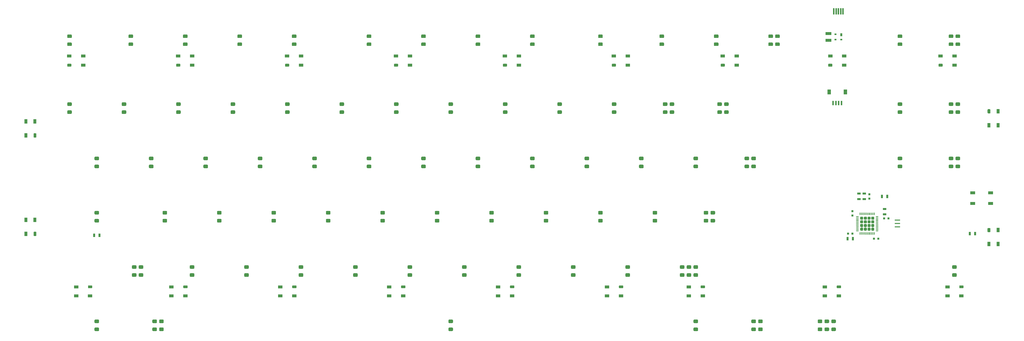
<source format=gbr>
%TF.GenerationSoftware,KiCad,Pcbnew,(5.1.10)-1*%
%TF.CreationDate,2022-05-13T21:41:30+07:00*%
%TF.ProjectId,solder,736f6c64-6572-42e6-9b69-6361645f7063,rev?*%
%TF.SameCoordinates,Original*%
%TF.FileFunction,Paste,Bot*%
%TF.FilePolarity,Positive*%
%FSLAX46Y46*%
G04 Gerber Fmt 4.6, Leading zero omitted, Abs format (unit mm)*
G04 Created by KiCad (PCBNEW (5.1.10)-1) date 2022-05-13 21:41:30*
%MOMM*%
%LPD*%
G01*
G04 APERTURE LIST*
%ADD10R,1.900000X0.400000*%
%ADD11R,2.030000X1.140000*%
%ADD12R,0.700000X1.000000*%
%ADD13R,0.700000X0.600000*%
%ADD14R,0.500000X2.250000*%
%ADD15R,1.800000X1.100000*%
%ADD16R,0.700000X1.300000*%
%ADD17R,1.500000X1.000000*%
%ADD18R,1.000000X1.500000*%
%ADD19R,1.300000X0.700000*%
%ADD20R,0.600000X1.550000*%
%ADD21R,1.200000X1.800000*%
%ADD22R,0.800000X0.750000*%
%ADD23R,0.750000X0.800000*%
G04 APERTURE END LIST*
D10*
%TO.C,Y1*%
X322919004Y-89257849D03*
X322919004Y-90457849D03*
X322919004Y-91657849D03*
%TD*%
D11*
%TO.C,F1*%
X298812500Y-26212500D03*
X298812500Y-23812500D03*
%TD*%
D12*
%TO.C,U3*%
X303312500Y-24262500D03*
D13*
X301312500Y-24062500D03*
X303312500Y-25962500D03*
X301312500Y-25962500D03*
%TD*%
D14*
%TO.C,J3*%
X303912500Y-16012500D03*
X303112500Y-16012500D03*
X302312500Y-16012500D03*
X301512500Y-16012500D03*
X300712500Y-16012500D03*
%TD*%
D15*
%TO.C,SW1*%
X349325296Y-79707881D03*
X355525296Y-83407881D03*
X349325296Y-83407881D03*
X355525296Y-79707881D03*
%TD*%
D16*
%TO.C,R3*%
X41912536Y-94654767D03*
X43812536Y-94654767D03*
%TD*%
%TO.C,R2*%
X319442455Y-80962568D03*
X317542455Y-80962568D03*
%TD*%
D17*
%TO.C,RGB22*%
X68987656Y-115900096D03*
X68987656Y-112700096D03*
X73887656Y-115900096D03*
G36*
G01*
X73137656Y-112950096D02*
X73137656Y-112450096D01*
G75*
G02*
X73387656Y-112200096I250000J0D01*
G01*
X74387656Y-112200096D01*
G75*
G02*
X74637656Y-112450096I0J-250000D01*
G01*
X74637656Y-112950096D01*
G75*
G02*
X74387656Y-113200096I-250000J0D01*
G01*
X73387656Y-113200096D01*
G75*
G02*
X73137656Y-112950096I0J250000D01*
G01*
G37*
%TD*%
%TO.C,RGB21*%
X107087656Y-115900096D03*
X107087656Y-112700096D03*
X111987656Y-115900096D03*
G36*
G01*
X111237656Y-112950096D02*
X111237656Y-112450096D01*
G75*
G02*
X111487656Y-112200096I250000J0D01*
G01*
X112487656Y-112200096D01*
G75*
G02*
X112737656Y-112450096I0J-250000D01*
G01*
X112737656Y-112950096D01*
G75*
G02*
X112487656Y-113200096I-250000J0D01*
G01*
X111487656Y-113200096D01*
G75*
G02*
X111237656Y-112950096I0J250000D01*
G01*
G37*
%TD*%
%TO.C,RGB20*%
X145187656Y-115900096D03*
X145187656Y-112700096D03*
X150087656Y-115900096D03*
G36*
G01*
X149337656Y-112950096D02*
X149337656Y-112450096D01*
G75*
G02*
X149587656Y-112200096I250000J0D01*
G01*
X150587656Y-112200096D01*
G75*
G02*
X150837656Y-112450096I0J-250000D01*
G01*
X150837656Y-112950096D01*
G75*
G02*
X150587656Y-113200096I-250000J0D01*
G01*
X149587656Y-113200096D01*
G75*
G02*
X149337656Y-112950096I0J250000D01*
G01*
G37*
%TD*%
%TO.C,RGB19*%
X183287656Y-115900096D03*
X183287656Y-112700096D03*
X188187656Y-115900096D03*
G36*
G01*
X187437656Y-112950096D02*
X187437656Y-112450096D01*
G75*
G02*
X187687656Y-112200096I250000J0D01*
G01*
X188687656Y-112200096D01*
G75*
G02*
X188937656Y-112450096I0J-250000D01*
G01*
X188937656Y-112950096D01*
G75*
G02*
X188687656Y-113200096I-250000J0D01*
G01*
X187687656Y-113200096D01*
G75*
G02*
X187437656Y-112950096I0J250000D01*
G01*
G37*
%TD*%
%TO.C,RGB18*%
X221387688Y-115900096D03*
X221387688Y-112700096D03*
X226287688Y-115900096D03*
G36*
G01*
X225537688Y-112950096D02*
X225537688Y-112450096D01*
G75*
G02*
X225787688Y-112200096I250000J0D01*
G01*
X226787688Y-112200096D01*
G75*
G02*
X227037688Y-112450096I0J-250000D01*
G01*
X227037688Y-112950096D01*
G75*
G02*
X226787688Y-113200096I-250000J0D01*
G01*
X225787688Y-113200096D01*
G75*
G02*
X225537688Y-112950096I0J250000D01*
G01*
G37*
%TD*%
%TO.C,RGB17*%
X249962712Y-115900096D03*
X249962712Y-112700096D03*
X254862712Y-115900096D03*
G36*
G01*
X254112712Y-112950096D02*
X254112712Y-112450096D01*
G75*
G02*
X254362712Y-112200096I250000J0D01*
G01*
X255362712Y-112200096D01*
G75*
G02*
X255612712Y-112450096I0J-250000D01*
G01*
X255612712Y-112950096D01*
G75*
G02*
X255362712Y-113200096I-250000J0D01*
G01*
X254362712Y-113200096D01*
G75*
G02*
X254112712Y-112950096I0J250000D01*
G01*
G37*
%TD*%
%TO.C,RGB16*%
X297587752Y-115900096D03*
X297587752Y-112700096D03*
X302487752Y-115900096D03*
G36*
G01*
X301737752Y-112950096D02*
X301737752Y-112450096D01*
G75*
G02*
X301987752Y-112200096I250000J0D01*
G01*
X302987752Y-112200096D01*
G75*
G02*
X303237752Y-112450096I0J-250000D01*
G01*
X303237752Y-112950096D01*
G75*
G02*
X302987752Y-113200096I-250000J0D01*
G01*
X301987752Y-113200096D01*
G75*
G02*
X301737752Y-112950096I0J250000D01*
G01*
G37*
%TD*%
%TO.C,RGB15*%
X340450288Y-115900096D03*
X340450288Y-112700096D03*
X345350288Y-115900096D03*
G36*
G01*
X344600288Y-112950096D02*
X344600288Y-112450096D01*
G75*
G02*
X344850288Y-112200096I250000J0D01*
G01*
X345850288Y-112200096D01*
G75*
G02*
X346100288Y-112450096I0J-250000D01*
G01*
X346100288Y-112950096D01*
G75*
G02*
X345850288Y-113200096I-250000J0D01*
G01*
X344850288Y-113200096D01*
G75*
G02*
X344600288Y-112950096I0J250000D01*
G01*
G37*
%TD*%
D18*
%TO.C,RGB14*%
X358192487Y-97700080D03*
X354992487Y-97700080D03*
X358192487Y-92800080D03*
G36*
G01*
X355242487Y-93550080D02*
X354742487Y-93550080D01*
G75*
G02*
X354492487Y-93300080I0J250000D01*
G01*
X354492487Y-92300080D01*
G75*
G02*
X354742487Y-92050080I250000J0D01*
G01*
X355242487Y-92050080D01*
G75*
G02*
X355492487Y-92300080I0J-250000D01*
G01*
X355492487Y-93300080D01*
G75*
G02*
X355242487Y-93550080I-250000J0D01*
G01*
G37*
%TD*%
D17*
%TO.C,RGB13*%
X35650032Y-115900096D03*
X35650032Y-112700096D03*
X40550032Y-115900096D03*
G36*
G01*
X39800032Y-112950096D02*
X39800032Y-112450096D01*
G75*
G02*
X40050032Y-112200096I250000J0D01*
G01*
X41050032Y-112200096D01*
G75*
G02*
X41300032Y-112450096I0J-250000D01*
G01*
X41300032Y-112950096D01*
G75*
G02*
X41050032Y-113200096I-250000J0D01*
G01*
X40050032Y-113200096D01*
G75*
G02*
X39800032Y-112950096I0J250000D01*
G01*
G37*
%TD*%
D18*
%TO.C,RGB12*%
X18045329Y-89228202D03*
X21245329Y-89228202D03*
X18045329Y-94128202D03*
G36*
G01*
X20995329Y-93378202D02*
X21495329Y-93378202D01*
G75*
G02*
X21745329Y-93628202I0J-250000D01*
G01*
X21745329Y-94628202D01*
G75*
G02*
X21495329Y-94878202I-250000J0D01*
G01*
X20995329Y-94878202D01*
G75*
G02*
X20745329Y-94628202I0J250000D01*
G01*
X20745329Y-93628202D01*
G75*
G02*
X20995329Y-93378202I250000J0D01*
G01*
G37*
%TD*%
%TO.C,RGB11*%
X18045329Y-54700048D03*
X21245329Y-54700048D03*
X18045329Y-59600048D03*
G36*
G01*
X20995329Y-58850048D02*
X21495329Y-58850048D01*
G75*
G02*
X21745329Y-59100048I0J-250000D01*
G01*
X21745329Y-60100048D01*
G75*
G02*
X21495329Y-60350048I-250000J0D01*
G01*
X20995329Y-60350048D01*
G75*
G02*
X20745329Y-60100048I0J250000D01*
G01*
X20745329Y-59100048D01*
G75*
G02*
X20995329Y-58850048I250000J0D01*
G01*
G37*
%TD*%
D17*
%TO.C,RGB10*%
X38168780Y-31737528D03*
X38168780Y-34937528D03*
X33268780Y-31737528D03*
G36*
G01*
X34018780Y-34687528D02*
X34018780Y-35187528D01*
G75*
G02*
X33768780Y-35437528I-250000J0D01*
G01*
X32768780Y-35437528D01*
G75*
G02*
X32518780Y-35187528I0J250000D01*
G01*
X32518780Y-34687528D01*
G75*
G02*
X32768780Y-34437528I250000J0D01*
G01*
X33768780Y-34437528D01*
G75*
G02*
X34018780Y-34687528I0J-250000D01*
G01*
G37*
%TD*%
%TO.C,RGB9*%
X76268780Y-31737528D03*
X76268780Y-34937528D03*
X71368780Y-31737528D03*
G36*
G01*
X72118780Y-34687528D02*
X72118780Y-35187528D01*
G75*
G02*
X71868780Y-35437528I-250000J0D01*
G01*
X70868780Y-35437528D01*
G75*
G02*
X70618780Y-35187528I0J250000D01*
G01*
X70618780Y-34687528D01*
G75*
G02*
X70868780Y-34437528I250000J0D01*
G01*
X71868780Y-34437528D01*
G75*
G02*
X72118780Y-34687528I0J-250000D01*
G01*
G37*
%TD*%
%TO.C,RGB8*%
X114368780Y-31737528D03*
X114368780Y-34937528D03*
X109468780Y-31737528D03*
G36*
G01*
X110218780Y-34687528D02*
X110218780Y-35187528D01*
G75*
G02*
X109968780Y-35437528I-250000J0D01*
G01*
X108968780Y-35437528D01*
G75*
G02*
X108718780Y-35187528I0J250000D01*
G01*
X108718780Y-34687528D01*
G75*
G02*
X108968780Y-34437528I250000J0D01*
G01*
X109968780Y-34437528D01*
G75*
G02*
X110218780Y-34687528I0J-250000D01*
G01*
G37*
%TD*%
%TO.C,RGB7*%
X152468780Y-31737528D03*
X152468780Y-34937528D03*
X147568780Y-31737528D03*
G36*
G01*
X148318780Y-34687528D02*
X148318780Y-35187528D01*
G75*
G02*
X148068780Y-35437528I-250000J0D01*
G01*
X147068780Y-35437528D01*
G75*
G02*
X146818780Y-35187528I0J250000D01*
G01*
X146818780Y-34687528D01*
G75*
G02*
X147068780Y-34437528I250000J0D01*
G01*
X148068780Y-34437528D01*
G75*
G02*
X148318780Y-34687528I0J-250000D01*
G01*
G37*
%TD*%
%TO.C,RGB6*%
X190568780Y-31737528D03*
X190568780Y-34937528D03*
X185668780Y-31737528D03*
G36*
G01*
X186418780Y-34687528D02*
X186418780Y-35187528D01*
G75*
G02*
X186168780Y-35437528I-250000J0D01*
G01*
X185168780Y-35437528D01*
G75*
G02*
X184918780Y-35187528I0J250000D01*
G01*
X184918780Y-34687528D01*
G75*
G02*
X185168780Y-34437528I250000J0D01*
G01*
X186168780Y-34437528D01*
G75*
G02*
X186418780Y-34687528I0J-250000D01*
G01*
G37*
%TD*%
%TO.C,RGB5*%
X228668780Y-31737528D03*
X228668780Y-34937528D03*
X223768780Y-31737528D03*
G36*
G01*
X224518780Y-34687528D02*
X224518780Y-35187528D01*
G75*
G02*
X224268780Y-35437528I-250000J0D01*
G01*
X223268780Y-35437528D01*
G75*
G02*
X223018780Y-35187528I0J250000D01*
G01*
X223018780Y-34687528D01*
G75*
G02*
X223268780Y-34437528I250000J0D01*
G01*
X224268780Y-34437528D01*
G75*
G02*
X224518780Y-34687528I0J-250000D01*
G01*
G37*
%TD*%
%TO.C,RGB4*%
X266768780Y-31737528D03*
X266768780Y-34937528D03*
X261868780Y-31737528D03*
G36*
G01*
X262618780Y-34687528D02*
X262618780Y-35187528D01*
G75*
G02*
X262368780Y-35437528I-250000J0D01*
G01*
X261368780Y-35437528D01*
G75*
G02*
X261118780Y-35187528I0J250000D01*
G01*
X261118780Y-34687528D01*
G75*
G02*
X261368780Y-34437528I250000J0D01*
G01*
X262368780Y-34437528D01*
G75*
G02*
X262618780Y-34687528I0J-250000D01*
G01*
G37*
%TD*%
%TO.C,RGB3*%
X304368780Y-31737528D03*
X304368780Y-34937528D03*
X299468780Y-31737528D03*
G36*
G01*
X300218780Y-34687528D02*
X300218780Y-35187528D01*
G75*
G02*
X299968780Y-35437528I-250000J0D01*
G01*
X298968780Y-35437528D01*
G75*
G02*
X298718780Y-35187528I0J250000D01*
G01*
X298718780Y-34687528D01*
G75*
G02*
X298968780Y-34437528I250000J0D01*
G01*
X299968780Y-34437528D01*
G75*
G02*
X300218780Y-34687528I0J-250000D01*
G01*
G37*
%TD*%
%TO.C,RGB2*%
X342968780Y-31737528D03*
X342968780Y-34937528D03*
X338068780Y-31737528D03*
G36*
G01*
X338818780Y-34687528D02*
X338818780Y-35187528D01*
G75*
G02*
X338568780Y-35437528I-250000J0D01*
G01*
X337568780Y-35437528D01*
G75*
G02*
X337318780Y-35187528I0J250000D01*
G01*
X337318780Y-34687528D01*
G75*
G02*
X337568780Y-34437528I250000J0D01*
G01*
X338568780Y-34437528D01*
G75*
G02*
X338818780Y-34687528I0J-250000D01*
G01*
G37*
%TD*%
%TO.C,RGB1*%
G36*
G01*
X355242487Y-51878170D02*
X354742487Y-51878170D01*
G75*
G02*
X354492487Y-51628170I0J250000D01*
G01*
X354492487Y-50628170D01*
G75*
G02*
X354742487Y-50378170I250000J0D01*
G01*
X355242487Y-50378170D01*
G75*
G02*
X355492487Y-50628170I0J-250000D01*
G01*
X355492487Y-51628170D01*
G75*
G02*
X355242487Y-51878170I-250000J0D01*
G01*
G37*
D18*
X358192487Y-51128170D03*
X354992487Y-56028170D03*
X358192487Y-56028170D03*
%TD*%
D16*
%TO.C,R1*%
X350158105Y-94059454D03*
X348258105Y-94059454D03*
%TD*%
%TO.C,D90*%
G36*
G01*
X298811813Y-128206356D02*
X297691813Y-128206356D01*
G75*
G02*
X297451813Y-127966356I0J240000D01*
G01*
X297451813Y-127246356D01*
G75*
G02*
X297691813Y-127006356I240000J0D01*
G01*
X298811813Y-127006356D01*
G75*
G02*
X299051813Y-127246356I0J-240000D01*
G01*
X299051813Y-127966356D01*
G75*
G02*
X298811813Y-128206356I-240000J0D01*
G01*
G37*
G36*
G01*
X298811813Y-125406356D02*
X297691813Y-125406356D01*
G75*
G02*
X297451813Y-125166356I0J240000D01*
G01*
X297451813Y-124446356D01*
G75*
G02*
X297691813Y-124206356I240000J0D01*
G01*
X298811813Y-124206356D01*
G75*
G02*
X299051813Y-124446356I0J-240000D01*
G01*
X299051813Y-125166356D01*
G75*
G02*
X298811813Y-125406356I-240000J0D01*
G01*
G37*
%TD*%
%TO.C,D89*%
G36*
G01*
X344650914Y-71056308D02*
X343530914Y-71056308D01*
G75*
G02*
X343290914Y-70816308I0J240000D01*
G01*
X343290914Y-70096308D01*
G75*
G02*
X343530914Y-69856308I240000J0D01*
G01*
X344650914Y-69856308D01*
G75*
G02*
X344890914Y-70096308I0J-240000D01*
G01*
X344890914Y-70816308D01*
G75*
G02*
X344650914Y-71056308I-240000J0D01*
G01*
G37*
G36*
G01*
X344650914Y-68256308D02*
X343530914Y-68256308D01*
G75*
G02*
X343290914Y-68016308I0J240000D01*
G01*
X343290914Y-67296308D01*
G75*
G02*
X343530914Y-67056308I240000J0D01*
G01*
X344650914Y-67056308D01*
G75*
G02*
X344890914Y-67296308I0J-240000D01*
G01*
X344890914Y-68016308D01*
G75*
G02*
X344650914Y-68256308I-240000J0D01*
G01*
G37*
%TD*%
%TO.C,D88*%
G36*
G01*
X344650914Y-52006292D02*
X343530914Y-52006292D01*
G75*
G02*
X343290914Y-51766292I0J240000D01*
G01*
X343290914Y-51046292D01*
G75*
G02*
X343530914Y-50806292I240000J0D01*
G01*
X344650914Y-50806292D01*
G75*
G02*
X344890914Y-51046292I0J-240000D01*
G01*
X344890914Y-51766292D01*
G75*
G02*
X344650914Y-52006292I-240000J0D01*
G01*
G37*
G36*
G01*
X344650914Y-49206292D02*
X343530914Y-49206292D01*
G75*
G02*
X343290914Y-48966292I0J240000D01*
G01*
X343290914Y-48246292D01*
G75*
G02*
X343530914Y-48006292I240000J0D01*
G01*
X344650914Y-48006292D01*
G75*
G02*
X344890914Y-48246292I0J-240000D01*
G01*
X344890914Y-48966292D01*
G75*
G02*
X344650914Y-49206292I-240000J0D01*
G01*
G37*
%TD*%
%TO.C,D87*%
G36*
G01*
X344650625Y-28193750D02*
X343530625Y-28193750D01*
G75*
G02*
X343290625Y-27953750I0J240000D01*
G01*
X343290625Y-27233750D01*
G75*
G02*
X343530625Y-26993750I240000J0D01*
G01*
X344650625Y-26993750D01*
G75*
G02*
X344890625Y-27233750I0J-240000D01*
G01*
X344890625Y-27953750D01*
G75*
G02*
X344650625Y-28193750I-240000J0D01*
G01*
G37*
G36*
G01*
X344650625Y-25393750D02*
X343530625Y-25393750D01*
G75*
G02*
X343290625Y-25153750I0J240000D01*
G01*
X343290625Y-24433750D01*
G75*
G02*
X343530625Y-24193750I240000J0D01*
G01*
X344650625Y-24193750D01*
G75*
G02*
X344890625Y-24433750I0J-240000D01*
G01*
X344890625Y-25153750D01*
G75*
G02*
X344650625Y-25393750I-240000J0D01*
G01*
G37*
%TD*%
%TO.C,D86*%
G36*
G01*
X301193065Y-128206356D02*
X300073065Y-128206356D01*
G75*
G02*
X299833065Y-127966356I0J240000D01*
G01*
X299833065Y-127246356D01*
G75*
G02*
X300073065Y-127006356I240000J0D01*
G01*
X301193065Y-127006356D01*
G75*
G02*
X301433065Y-127246356I0J-240000D01*
G01*
X301433065Y-127966356D01*
G75*
G02*
X301193065Y-128206356I-240000J0D01*
G01*
G37*
G36*
G01*
X301193065Y-125406356D02*
X300073065Y-125406356D01*
G75*
G02*
X299833065Y-125166356I0J240000D01*
G01*
X299833065Y-124446356D01*
G75*
G02*
X300073065Y-124206356I240000J0D01*
G01*
X301193065Y-124206356D01*
G75*
G02*
X301433065Y-124446356I0J-240000D01*
G01*
X301433065Y-125166356D01*
G75*
G02*
X301193065Y-125406356I-240000J0D01*
G01*
G37*
%TD*%
%TO.C,D85*%
G36*
G01*
X343460288Y-109156340D02*
X342340288Y-109156340D01*
G75*
G02*
X342100288Y-108916340I0J240000D01*
G01*
X342100288Y-108196340D01*
G75*
G02*
X342340288Y-107956340I240000J0D01*
G01*
X343460288Y-107956340D01*
G75*
G02*
X343700288Y-108196340I0J-240000D01*
G01*
X343700288Y-108916340D01*
G75*
G02*
X343460288Y-109156340I-240000J0D01*
G01*
G37*
G36*
G01*
X343460288Y-106356340D02*
X342340288Y-106356340D01*
G75*
G02*
X342100288Y-106116340I0J240000D01*
G01*
X342100288Y-105396340D01*
G75*
G02*
X342340288Y-105156340I240000J0D01*
G01*
X343460288Y-105156340D01*
G75*
G02*
X343700288Y-105396340I0J-240000D01*
G01*
X343700288Y-106116340D01*
G75*
G02*
X343460288Y-106356340I-240000J0D01*
G01*
G37*
%TD*%
%TO.C,D83*%
G36*
G01*
X342269662Y-52006292D02*
X341149662Y-52006292D01*
G75*
G02*
X340909662Y-51766292I0J240000D01*
G01*
X340909662Y-51046292D01*
G75*
G02*
X341149662Y-50806292I240000J0D01*
G01*
X342269662Y-50806292D01*
G75*
G02*
X342509662Y-51046292I0J-240000D01*
G01*
X342509662Y-51766292D01*
G75*
G02*
X342269662Y-52006292I-240000J0D01*
G01*
G37*
G36*
G01*
X342269662Y-49206292D02*
X341149662Y-49206292D01*
G75*
G02*
X340909662Y-48966292I0J240000D01*
G01*
X340909662Y-48246292D01*
G75*
G02*
X341149662Y-48006292I240000J0D01*
G01*
X342269662Y-48006292D01*
G75*
G02*
X342509662Y-48246292I0J-240000D01*
G01*
X342509662Y-48966292D01*
G75*
G02*
X342269662Y-49206292I-240000J0D01*
G01*
G37*
%TD*%
%TO.C,D82*%
G36*
G01*
X342269375Y-28193750D02*
X341149375Y-28193750D01*
G75*
G02*
X340909375Y-27953750I0J240000D01*
G01*
X340909375Y-27233750D01*
G75*
G02*
X341149375Y-26993750I240000J0D01*
G01*
X342269375Y-26993750D01*
G75*
G02*
X342509375Y-27233750I0J-240000D01*
G01*
X342509375Y-27953750D01*
G75*
G02*
X342269375Y-28193750I-240000J0D01*
G01*
G37*
G36*
G01*
X342269375Y-25393750D02*
X341149375Y-25393750D01*
G75*
G02*
X340909375Y-25153750I0J240000D01*
G01*
X340909375Y-24433750D01*
G75*
G02*
X341149375Y-24193750I240000J0D01*
G01*
X342269375Y-24193750D01*
G75*
G02*
X342509375Y-24433750I0J-240000D01*
G01*
X342509375Y-25153750D01*
G75*
G02*
X342269375Y-25393750I-240000J0D01*
G01*
G37*
%TD*%
%TO.C,D81*%
G36*
G01*
X296430561Y-128206356D02*
X295310561Y-128206356D01*
G75*
G02*
X295070561Y-127966356I0J240000D01*
G01*
X295070561Y-127246356D01*
G75*
G02*
X295310561Y-127006356I240000J0D01*
G01*
X296430561Y-127006356D01*
G75*
G02*
X296670561Y-127246356I0J-240000D01*
G01*
X296670561Y-127966356D01*
G75*
G02*
X296430561Y-128206356I-240000J0D01*
G01*
G37*
G36*
G01*
X296430561Y-125406356D02*
X295310561Y-125406356D01*
G75*
G02*
X295070561Y-125166356I0J240000D01*
G01*
X295070561Y-124446356D01*
G75*
G02*
X295310561Y-124206356I240000J0D01*
G01*
X296430561Y-124206356D01*
G75*
G02*
X296670561Y-124446356I0J-240000D01*
G01*
X296670561Y-125166356D01*
G75*
G02*
X296430561Y-125406356I-240000J0D01*
G01*
G37*
%TD*%
%TO.C,D80*%
G36*
G01*
X324410272Y-71056308D02*
X323290272Y-71056308D01*
G75*
G02*
X323050272Y-70816308I0J240000D01*
G01*
X323050272Y-70096308D01*
G75*
G02*
X323290272Y-69856308I240000J0D01*
G01*
X324410272Y-69856308D01*
G75*
G02*
X324650272Y-70096308I0J-240000D01*
G01*
X324650272Y-70816308D01*
G75*
G02*
X324410272Y-71056308I-240000J0D01*
G01*
G37*
G36*
G01*
X324410272Y-68256308D02*
X323290272Y-68256308D01*
G75*
G02*
X323050272Y-68016308I0J240000D01*
G01*
X323050272Y-67296308D01*
G75*
G02*
X323290272Y-67056308I240000J0D01*
G01*
X324410272Y-67056308D01*
G75*
G02*
X324650272Y-67296308I0J-240000D01*
G01*
X324650272Y-68016308D01*
G75*
G02*
X324410272Y-68256308I-240000J0D01*
G01*
G37*
%TD*%
%TO.C,D79*%
G36*
G01*
X324410272Y-52006292D02*
X323290272Y-52006292D01*
G75*
G02*
X323050272Y-51766292I0J240000D01*
G01*
X323050272Y-51046292D01*
G75*
G02*
X323290272Y-50806292I240000J0D01*
G01*
X324410272Y-50806292D01*
G75*
G02*
X324650272Y-51046292I0J-240000D01*
G01*
X324650272Y-51766292D01*
G75*
G02*
X324410272Y-52006292I-240000J0D01*
G01*
G37*
G36*
G01*
X324410272Y-49206292D02*
X323290272Y-49206292D01*
G75*
G02*
X323050272Y-48966292I0J240000D01*
G01*
X323050272Y-48246292D01*
G75*
G02*
X323290272Y-48006292I240000J0D01*
G01*
X324410272Y-48006292D01*
G75*
G02*
X324650272Y-48246292I0J-240000D01*
G01*
X324650272Y-48966292D01*
G75*
G02*
X324410272Y-49206292I-240000J0D01*
G01*
G37*
%TD*%
%TO.C,D78*%
G36*
G01*
X324410000Y-28193750D02*
X323290000Y-28193750D01*
G75*
G02*
X323050000Y-27953750I0J240000D01*
G01*
X323050000Y-27233750D01*
G75*
G02*
X323290000Y-26993750I240000J0D01*
G01*
X324410000Y-26993750D01*
G75*
G02*
X324650000Y-27233750I0J-240000D01*
G01*
X324650000Y-27953750D01*
G75*
G02*
X324410000Y-28193750I-240000J0D01*
G01*
G37*
G36*
G01*
X324410000Y-25393750D02*
X323290000Y-25393750D01*
G75*
G02*
X323050000Y-25153750I0J240000D01*
G01*
X323050000Y-24433750D01*
G75*
G02*
X323290000Y-24193750I240000J0D01*
G01*
X324410000Y-24193750D01*
G75*
G02*
X324650000Y-24433750I0J-240000D01*
G01*
X324650000Y-25153750D01*
G75*
G02*
X324410000Y-25393750I-240000J0D01*
G01*
G37*
%TD*%
%TO.C,D77*%
G36*
G01*
X275594606Y-128206356D02*
X274474606Y-128206356D01*
G75*
G02*
X274234606Y-127966356I0J240000D01*
G01*
X274234606Y-127246356D01*
G75*
G02*
X274474606Y-127006356I240000J0D01*
G01*
X275594606Y-127006356D01*
G75*
G02*
X275834606Y-127246356I0J-240000D01*
G01*
X275834606Y-127966356D01*
G75*
G02*
X275594606Y-128206356I-240000J0D01*
G01*
G37*
G36*
G01*
X275594606Y-125406356D02*
X274474606Y-125406356D01*
G75*
G02*
X274234606Y-125166356I0J240000D01*
G01*
X274234606Y-124446356D01*
G75*
G02*
X274474606Y-124206356I240000J0D01*
G01*
X275594606Y-124206356D01*
G75*
G02*
X275834606Y-124446356I0J-240000D01*
G01*
X275834606Y-125166356D01*
G75*
G02*
X275594606Y-125406356I-240000J0D01*
G01*
G37*
%TD*%
%TO.C,D84*%
G36*
G01*
X342269662Y-71056308D02*
X341149662Y-71056308D01*
G75*
G02*
X340909662Y-70816308I0J240000D01*
G01*
X340909662Y-70096308D01*
G75*
G02*
X341149662Y-69856308I240000J0D01*
G01*
X342269662Y-69856308D01*
G75*
G02*
X342509662Y-70096308I0J-240000D01*
G01*
X342509662Y-70816308D01*
G75*
G02*
X342269662Y-71056308I-240000J0D01*
G01*
G37*
G36*
G01*
X342269662Y-68256308D02*
X341149662Y-68256308D01*
G75*
G02*
X340909662Y-68016308I0J240000D01*
G01*
X340909662Y-67296308D01*
G75*
G02*
X341149662Y-67056308I240000J0D01*
G01*
X342269662Y-67056308D01*
G75*
G02*
X342509662Y-67296308I0J-240000D01*
G01*
X342509662Y-68016308D01*
G75*
G02*
X342269662Y-68256308I-240000J0D01*
G01*
G37*
%TD*%
%TO.C,D76*%
G36*
G01*
X263688346Y-52006292D02*
X262568346Y-52006292D01*
G75*
G02*
X262328346Y-51766292I0J240000D01*
G01*
X262328346Y-51046292D01*
G75*
G02*
X262568346Y-50806292I240000J0D01*
G01*
X263688346Y-50806292D01*
G75*
G02*
X263928346Y-51046292I0J-240000D01*
G01*
X263928346Y-51766292D01*
G75*
G02*
X263688346Y-52006292I-240000J0D01*
G01*
G37*
G36*
G01*
X263688346Y-49206292D02*
X262568346Y-49206292D01*
G75*
G02*
X262328346Y-48966292I0J240000D01*
G01*
X262328346Y-48246292D01*
G75*
G02*
X262568346Y-48006292I240000J0D01*
G01*
X263688346Y-48006292D01*
G75*
G02*
X263928346Y-48246292I0J-240000D01*
G01*
X263928346Y-48966292D01*
G75*
G02*
X263688346Y-49206292I-240000J0D01*
G01*
G37*
%TD*%
%TO.C,D75*%
G36*
G01*
X273213354Y-128206356D02*
X272093354Y-128206356D01*
G75*
G02*
X271853354Y-127966356I0J240000D01*
G01*
X271853354Y-127246356D01*
G75*
G02*
X272093354Y-127006356I240000J0D01*
G01*
X273213354Y-127006356D01*
G75*
G02*
X273453354Y-127246356I0J-240000D01*
G01*
X273453354Y-127966356D01*
G75*
G02*
X273213354Y-128206356I-240000J0D01*
G01*
G37*
G36*
G01*
X273213354Y-125406356D02*
X272093354Y-125406356D01*
G75*
G02*
X271853354Y-125166356I0J240000D01*
G01*
X271853354Y-124446356D01*
G75*
G02*
X272093354Y-124206356I240000J0D01*
G01*
X273213354Y-124206356D01*
G75*
G02*
X273453354Y-124446356I0J-240000D01*
G01*
X273453354Y-125166356D01*
G75*
G02*
X273213354Y-125406356I-240000J0D01*
G01*
G37*
%TD*%
%TO.C,D74*%
G36*
G01*
X252972712Y-109156340D02*
X251852712Y-109156340D01*
G75*
G02*
X251612712Y-108916340I0J240000D01*
G01*
X251612712Y-108196340D01*
G75*
G02*
X251852712Y-107956340I240000J0D01*
G01*
X252972712Y-107956340D01*
G75*
G02*
X253212712Y-108196340I0J-240000D01*
G01*
X253212712Y-108916340D01*
G75*
G02*
X252972712Y-109156340I-240000J0D01*
G01*
G37*
G36*
G01*
X252972712Y-106356340D02*
X251852712Y-106356340D01*
G75*
G02*
X251612712Y-106116340I0J240000D01*
G01*
X251612712Y-105396340D01*
G75*
G02*
X251852712Y-105156340I240000J0D01*
G01*
X252972712Y-105156340D01*
G75*
G02*
X253212712Y-105396340I0J-240000D01*
G01*
X253212712Y-106116340D01*
G75*
G02*
X252972712Y-106356340I-240000J0D01*
G01*
G37*
%TD*%
%TO.C,D73*%
G36*
G01*
X258925842Y-90106324D02*
X257805842Y-90106324D01*
G75*
G02*
X257565842Y-89866324I0J240000D01*
G01*
X257565842Y-89146324D01*
G75*
G02*
X257805842Y-88906324I240000J0D01*
G01*
X258925842Y-88906324D01*
G75*
G02*
X259165842Y-89146324I0J-240000D01*
G01*
X259165842Y-89866324D01*
G75*
G02*
X258925842Y-90106324I-240000J0D01*
G01*
G37*
G36*
G01*
X258925842Y-87306324D02*
X257805842Y-87306324D01*
G75*
G02*
X257565842Y-87066324I0J240000D01*
G01*
X257565842Y-86346324D01*
G75*
G02*
X257805842Y-86106324I240000J0D01*
G01*
X258925842Y-86106324D01*
G75*
G02*
X259165842Y-86346324I0J-240000D01*
G01*
X259165842Y-87066324D01*
G75*
G02*
X258925842Y-87306324I-240000J0D01*
G01*
G37*
%TD*%
%TO.C,D72*%
G36*
G01*
X273213354Y-71056308D02*
X272093354Y-71056308D01*
G75*
G02*
X271853354Y-70816308I0J240000D01*
G01*
X271853354Y-70096308D01*
G75*
G02*
X272093354Y-69856308I240000J0D01*
G01*
X273213354Y-69856308D01*
G75*
G02*
X273453354Y-70096308I0J-240000D01*
G01*
X273453354Y-70816308D01*
G75*
G02*
X273213354Y-71056308I-240000J0D01*
G01*
G37*
G36*
G01*
X273213354Y-68256308D02*
X272093354Y-68256308D01*
G75*
G02*
X271853354Y-68016308I0J240000D01*
G01*
X271853354Y-67296308D01*
G75*
G02*
X272093354Y-67056308I240000J0D01*
G01*
X273213354Y-67056308D01*
G75*
G02*
X273453354Y-67296308I0J-240000D01*
G01*
X273453354Y-68016308D01*
G75*
G02*
X273213354Y-68256308I-240000J0D01*
G01*
G37*
%TD*%
%TO.C,D71*%
G36*
G01*
X261307094Y-52006292D02*
X260187094Y-52006292D01*
G75*
G02*
X259947094Y-51766292I0J240000D01*
G01*
X259947094Y-51046292D01*
G75*
G02*
X260187094Y-50806292I240000J0D01*
G01*
X261307094Y-50806292D01*
G75*
G02*
X261547094Y-51046292I0J-240000D01*
G01*
X261547094Y-51766292D01*
G75*
G02*
X261307094Y-52006292I-240000J0D01*
G01*
G37*
G36*
G01*
X261307094Y-49206292D02*
X260187094Y-49206292D01*
G75*
G02*
X259947094Y-48966292I0J240000D01*
G01*
X259947094Y-48246292D01*
G75*
G02*
X260187094Y-48006292I240000J0D01*
G01*
X261307094Y-48006292D01*
G75*
G02*
X261547094Y-48246292I0J-240000D01*
G01*
X261547094Y-48966292D01*
G75*
G02*
X261307094Y-49206292I-240000J0D01*
G01*
G37*
%TD*%
%TO.C,D70*%
G36*
G01*
X281547500Y-28193750D02*
X280427500Y-28193750D01*
G75*
G02*
X280187500Y-27953750I0J240000D01*
G01*
X280187500Y-27233750D01*
G75*
G02*
X280427500Y-26993750I240000J0D01*
G01*
X281547500Y-26993750D01*
G75*
G02*
X281787500Y-27233750I0J-240000D01*
G01*
X281787500Y-27953750D01*
G75*
G02*
X281547500Y-28193750I-240000J0D01*
G01*
G37*
G36*
G01*
X281547500Y-25393750D02*
X280427500Y-25393750D01*
G75*
G02*
X280187500Y-25153750I0J240000D01*
G01*
X280187500Y-24433750D01*
G75*
G02*
X280427500Y-24193750I240000J0D01*
G01*
X281547500Y-24193750D01*
G75*
G02*
X281787500Y-24433750I0J-240000D01*
G01*
X281787500Y-25153750D01*
G75*
G02*
X281547500Y-25393750I-240000J0D01*
G01*
G37*
%TD*%
%TO.C,D69*%
G36*
G01*
X252972712Y-128206356D02*
X251852712Y-128206356D01*
G75*
G02*
X251612712Y-127966356I0J240000D01*
G01*
X251612712Y-127246356D01*
G75*
G02*
X251852712Y-127006356I240000J0D01*
G01*
X252972712Y-127006356D01*
G75*
G02*
X253212712Y-127246356I0J-240000D01*
G01*
X253212712Y-127966356D01*
G75*
G02*
X252972712Y-128206356I-240000J0D01*
G01*
G37*
G36*
G01*
X252972712Y-125406356D02*
X251852712Y-125406356D01*
G75*
G02*
X251612712Y-125166356I0J240000D01*
G01*
X251612712Y-124446356D01*
G75*
G02*
X251852712Y-124206356I240000J0D01*
G01*
X252972712Y-124206356D01*
G75*
G02*
X253212712Y-124446356I0J-240000D01*
G01*
X253212712Y-125166356D01*
G75*
G02*
X252972712Y-125406356I-240000J0D01*
G01*
G37*
%TD*%
%TO.C,D68*%
G36*
G01*
X250591460Y-109156340D02*
X249471460Y-109156340D01*
G75*
G02*
X249231460Y-108916340I0J240000D01*
G01*
X249231460Y-108196340D01*
G75*
G02*
X249471460Y-107956340I240000J0D01*
G01*
X250591460Y-107956340D01*
G75*
G02*
X250831460Y-108196340I0J-240000D01*
G01*
X250831460Y-108916340D01*
G75*
G02*
X250591460Y-109156340I-240000J0D01*
G01*
G37*
G36*
G01*
X250591460Y-106356340D02*
X249471460Y-106356340D01*
G75*
G02*
X249231460Y-106116340I0J240000D01*
G01*
X249231460Y-105396340D01*
G75*
G02*
X249471460Y-105156340I240000J0D01*
G01*
X250591460Y-105156340D01*
G75*
G02*
X250831460Y-105396340I0J-240000D01*
G01*
X250831460Y-106116340D01*
G75*
G02*
X250591460Y-106356340I-240000J0D01*
G01*
G37*
%TD*%
%TO.C,D67*%
G36*
G01*
X270832102Y-71056308D02*
X269712102Y-71056308D01*
G75*
G02*
X269472102Y-70816308I0J240000D01*
G01*
X269472102Y-70096308D01*
G75*
G02*
X269712102Y-69856308I240000J0D01*
G01*
X270832102Y-69856308D01*
G75*
G02*
X271072102Y-70096308I0J-240000D01*
G01*
X271072102Y-70816308D01*
G75*
G02*
X270832102Y-71056308I-240000J0D01*
G01*
G37*
G36*
G01*
X270832102Y-68256308D02*
X269712102Y-68256308D01*
G75*
G02*
X269472102Y-68016308I0J240000D01*
G01*
X269472102Y-67296308D01*
G75*
G02*
X269712102Y-67056308I240000J0D01*
G01*
X270832102Y-67056308D01*
G75*
G02*
X271072102Y-67296308I0J-240000D01*
G01*
X271072102Y-68016308D01*
G75*
G02*
X270832102Y-68256308I-240000J0D01*
G01*
G37*
%TD*%
%TO.C,D66*%
G36*
G01*
X244638330Y-52006292D02*
X243518330Y-52006292D01*
G75*
G02*
X243278330Y-51766292I0J240000D01*
G01*
X243278330Y-51046292D01*
G75*
G02*
X243518330Y-50806292I240000J0D01*
G01*
X244638330Y-50806292D01*
G75*
G02*
X244878330Y-51046292I0J-240000D01*
G01*
X244878330Y-51766292D01*
G75*
G02*
X244638330Y-52006292I-240000J0D01*
G01*
G37*
G36*
G01*
X244638330Y-49206292D02*
X243518330Y-49206292D01*
G75*
G02*
X243278330Y-48966292I0J240000D01*
G01*
X243278330Y-48246292D01*
G75*
G02*
X243518330Y-48006292I240000J0D01*
G01*
X244638330Y-48006292D01*
G75*
G02*
X244878330Y-48246292I0J-240000D01*
G01*
X244878330Y-48966292D01*
G75*
G02*
X244638330Y-49206292I-240000J0D01*
G01*
G37*
%TD*%
%TO.C,D65*%
G36*
G01*
X279166250Y-28193750D02*
X278046250Y-28193750D01*
G75*
G02*
X277806250Y-27953750I0J240000D01*
G01*
X277806250Y-27233750D01*
G75*
G02*
X278046250Y-26993750I240000J0D01*
G01*
X279166250Y-26993750D01*
G75*
G02*
X279406250Y-27233750I0J-240000D01*
G01*
X279406250Y-27953750D01*
G75*
G02*
X279166250Y-28193750I-240000J0D01*
G01*
G37*
G36*
G01*
X279166250Y-25393750D02*
X278046250Y-25393750D01*
G75*
G02*
X277806250Y-25153750I0J240000D01*
G01*
X277806250Y-24433750D01*
G75*
G02*
X278046250Y-24193750I240000J0D01*
G01*
X279166250Y-24193750D01*
G75*
G02*
X279406250Y-24433750I0J-240000D01*
G01*
X279406250Y-25153750D01*
G75*
G02*
X279166250Y-25393750I-240000J0D01*
G01*
G37*
%TD*%
%TO.C,D64*%
G36*
G01*
X248210208Y-109156340D02*
X247090208Y-109156340D01*
G75*
G02*
X246850208Y-108916340I0J240000D01*
G01*
X246850208Y-108196340D01*
G75*
G02*
X247090208Y-107956340I240000J0D01*
G01*
X248210208Y-107956340D01*
G75*
G02*
X248450208Y-108196340I0J-240000D01*
G01*
X248450208Y-108916340D01*
G75*
G02*
X248210208Y-109156340I-240000J0D01*
G01*
G37*
G36*
G01*
X248210208Y-106356340D02*
X247090208Y-106356340D01*
G75*
G02*
X246850208Y-106116340I0J240000D01*
G01*
X246850208Y-105396340D01*
G75*
G02*
X247090208Y-105156340I240000J0D01*
G01*
X248210208Y-105156340D01*
G75*
G02*
X248450208Y-105396340I0J-240000D01*
G01*
X248450208Y-106116340D01*
G75*
G02*
X248210208Y-106356340I-240000J0D01*
G01*
G37*
%TD*%
%TO.C,D63*%
G36*
G01*
X256544590Y-90106324D02*
X255424590Y-90106324D01*
G75*
G02*
X255184590Y-89866324I0J240000D01*
G01*
X255184590Y-89146324D01*
G75*
G02*
X255424590Y-88906324I240000J0D01*
G01*
X256544590Y-88906324D01*
G75*
G02*
X256784590Y-89146324I0J-240000D01*
G01*
X256784590Y-89866324D01*
G75*
G02*
X256544590Y-90106324I-240000J0D01*
G01*
G37*
G36*
G01*
X256544590Y-87306324D02*
X255424590Y-87306324D01*
G75*
G02*
X255184590Y-87066324I0J240000D01*
G01*
X255184590Y-86346324D01*
G75*
G02*
X255424590Y-86106324I240000J0D01*
G01*
X256544590Y-86106324D01*
G75*
G02*
X256784590Y-86346324I0J-240000D01*
G01*
X256784590Y-87066324D01*
G75*
G02*
X256544590Y-87306324I-240000J0D01*
G01*
G37*
%TD*%
%TO.C,D62*%
G36*
G01*
X252972712Y-71056308D02*
X251852712Y-71056308D01*
G75*
G02*
X251612712Y-70816308I0J240000D01*
G01*
X251612712Y-70096308D01*
G75*
G02*
X251852712Y-69856308I240000J0D01*
G01*
X252972712Y-69856308D01*
G75*
G02*
X253212712Y-70096308I0J-240000D01*
G01*
X253212712Y-70816308D01*
G75*
G02*
X252972712Y-71056308I-240000J0D01*
G01*
G37*
G36*
G01*
X252972712Y-68256308D02*
X251852712Y-68256308D01*
G75*
G02*
X251612712Y-68016308I0J240000D01*
G01*
X251612712Y-67296308D01*
G75*
G02*
X251852712Y-67056308I240000J0D01*
G01*
X252972712Y-67056308D01*
G75*
G02*
X253212712Y-67296308I0J-240000D01*
G01*
X253212712Y-68016308D01*
G75*
G02*
X252972712Y-68256308I-240000J0D01*
G01*
G37*
%TD*%
%TO.C,D61*%
G36*
G01*
X242257078Y-52006292D02*
X241137078Y-52006292D01*
G75*
G02*
X240897078Y-51766292I0J240000D01*
G01*
X240897078Y-51046292D01*
G75*
G02*
X241137078Y-50806292I240000J0D01*
G01*
X242257078Y-50806292D01*
G75*
G02*
X242497078Y-51046292I0J-240000D01*
G01*
X242497078Y-51766292D01*
G75*
G02*
X242257078Y-52006292I-240000J0D01*
G01*
G37*
G36*
G01*
X242257078Y-49206292D02*
X241137078Y-49206292D01*
G75*
G02*
X240897078Y-48966292I0J240000D01*
G01*
X240897078Y-48246292D01*
G75*
G02*
X241137078Y-48006292I240000J0D01*
G01*
X242257078Y-48006292D01*
G75*
G02*
X242497078Y-48246292I0J-240000D01*
G01*
X242497078Y-48966292D01*
G75*
G02*
X242257078Y-49206292I-240000J0D01*
G01*
G37*
%TD*%
%TO.C,D60*%
G36*
G01*
X260116250Y-28193750D02*
X258996250Y-28193750D01*
G75*
G02*
X258756250Y-27953750I0J240000D01*
G01*
X258756250Y-27233750D01*
G75*
G02*
X258996250Y-26993750I240000J0D01*
G01*
X260116250Y-26993750D01*
G75*
G02*
X260356250Y-27233750I0J-240000D01*
G01*
X260356250Y-27953750D01*
G75*
G02*
X260116250Y-28193750I-240000J0D01*
G01*
G37*
G36*
G01*
X260116250Y-25393750D02*
X258996250Y-25393750D01*
G75*
G02*
X258756250Y-25153750I0J240000D01*
G01*
X258756250Y-24433750D01*
G75*
G02*
X258996250Y-24193750I240000J0D01*
G01*
X260116250Y-24193750D01*
G75*
G02*
X260356250Y-24433750I0J-240000D01*
G01*
X260356250Y-25153750D01*
G75*
G02*
X260116250Y-25393750I-240000J0D01*
G01*
G37*
%TD*%
%TO.C,D59*%
G36*
G01*
X229160192Y-109156340D02*
X228040192Y-109156340D01*
G75*
G02*
X227800192Y-108916340I0J240000D01*
G01*
X227800192Y-108196340D01*
G75*
G02*
X228040192Y-107956340I240000J0D01*
G01*
X229160192Y-107956340D01*
G75*
G02*
X229400192Y-108196340I0J-240000D01*
G01*
X229400192Y-108916340D01*
G75*
G02*
X229160192Y-109156340I-240000J0D01*
G01*
G37*
G36*
G01*
X229160192Y-106356340D02*
X228040192Y-106356340D01*
G75*
G02*
X227800192Y-106116340I0J240000D01*
G01*
X227800192Y-105396340D01*
G75*
G02*
X228040192Y-105156340I240000J0D01*
G01*
X229160192Y-105156340D01*
G75*
G02*
X229400192Y-105396340I0J-240000D01*
G01*
X229400192Y-106116340D01*
G75*
G02*
X229160192Y-106356340I-240000J0D01*
G01*
G37*
%TD*%
%TO.C,D58*%
G36*
G01*
X238685200Y-90106324D02*
X237565200Y-90106324D01*
G75*
G02*
X237325200Y-89866324I0J240000D01*
G01*
X237325200Y-89146324D01*
G75*
G02*
X237565200Y-88906324I240000J0D01*
G01*
X238685200Y-88906324D01*
G75*
G02*
X238925200Y-89146324I0J-240000D01*
G01*
X238925200Y-89866324D01*
G75*
G02*
X238685200Y-90106324I-240000J0D01*
G01*
G37*
G36*
G01*
X238685200Y-87306324D02*
X237565200Y-87306324D01*
G75*
G02*
X237325200Y-87066324I0J240000D01*
G01*
X237325200Y-86346324D01*
G75*
G02*
X237565200Y-86106324I240000J0D01*
G01*
X238685200Y-86106324D01*
G75*
G02*
X238925200Y-86346324I0J-240000D01*
G01*
X238925200Y-87066324D01*
G75*
G02*
X238685200Y-87306324I-240000J0D01*
G01*
G37*
%TD*%
%TO.C,D57*%
G36*
G01*
X233922696Y-71056308D02*
X232802696Y-71056308D01*
G75*
G02*
X232562696Y-70816308I0J240000D01*
G01*
X232562696Y-70096308D01*
G75*
G02*
X232802696Y-69856308I240000J0D01*
G01*
X233922696Y-69856308D01*
G75*
G02*
X234162696Y-70096308I0J-240000D01*
G01*
X234162696Y-70816308D01*
G75*
G02*
X233922696Y-71056308I-240000J0D01*
G01*
G37*
G36*
G01*
X233922696Y-68256308D02*
X232802696Y-68256308D01*
G75*
G02*
X232562696Y-68016308I0J240000D01*
G01*
X232562696Y-67296308D01*
G75*
G02*
X232802696Y-67056308I240000J0D01*
G01*
X233922696Y-67056308D01*
G75*
G02*
X234162696Y-67296308I0J-240000D01*
G01*
X234162696Y-68016308D01*
G75*
G02*
X233922696Y-68256308I-240000J0D01*
G01*
G37*
%TD*%
%TO.C,D56*%
G36*
G01*
X224397688Y-52006292D02*
X223277688Y-52006292D01*
G75*
G02*
X223037688Y-51766292I0J240000D01*
G01*
X223037688Y-51046292D01*
G75*
G02*
X223277688Y-50806292I240000J0D01*
G01*
X224397688Y-50806292D01*
G75*
G02*
X224637688Y-51046292I0J-240000D01*
G01*
X224637688Y-51766292D01*
G75*
G02*
X224397688Y-52006292I-240000J0D01*
G01*
G37*
G36*
G01*
X224397688Y-49206292D02*
X223277688Y-49206292D01*
G75*
G02*
X223037688Y-48966292I0J240000D01*
G01*
X223037688Y-48246292D01*
G75*
G02*
X223277688Y-48006292I240000J0D01*
G01*
X224397688Y-48006292D01*
G75*
G02*
X224637688Y-48246292I0J-240000D01*
G01*
X224637688Y-48966292D01*
G75*
G02*
X224397688Y-49206292I-240000J0D01*
G01*
G37*
%TD*%
%TO.C,D55*%
G36*
G01*
X241066250Y-28193750D02*
X239946250Y-28193750D01*
G75*
G02*
X239706250Y-27953750I0J240000D01*
G01*
X239706250Y-27233750D01*
G75*
G02*
X239946250Y-26993750I240000J0D01*
G01*
X241066250Y-26993750D01*
G75*
G02*
X241306250Y-27233750I0J-240000D01*
G01*
X241306250Y-27953750D01*
G75*
G02*
X241066250Y-28193750I-240000J0D01*
G01*
G37*
G36*
G01*
X241066250Y-25393750D02*
X239946250Y-25393750D01*
G75*
G02*
X239706250Y-25153750I0J240000D01*
G01*
X239706250Y-24433750D01*
G75*
G02*
X239946250Y-24193750I240000J0D01*
G01*
X241066250Y-24193750D01*
G75*
G02*
X241306250Y-24433750I0J-240000D01*
G01*
X241306250Y-25153750D01*
G75*
G02*
X241066250Y-25393750I-240000J0D01*
G01*
G37*
%TD*%
%TO.C,D54*%
G36*
G01*
X210110176Y-109156340D02*
X208990176Y-109156340D01*
G75*
G02*
X208750176Y-108916340I0J240000D01*
G01*
X208750176Y-108196340D01*
G75*
G02*
X208990176Y-107956340I240000J0D01*
G01*
X210110176Y-107956340D01*
G75*
G02*
X210350176Y-108196340I0J-240000D01*
G01*
X210350176Y-108916340D01*
G75*
G02*
X210110176Y-109156340I-240000J0D01*
G01*
G37*
G36*
G01*
X210110176Y-106356340D02*
X208990176Y-106356340D01*
G75*
G02*
X208750176Y-106116340I0J240000D01*
G01*
X208750176Y-105396340D01*
G75*
G02*
X208990176Y-105156340I240000J0D01*
G01*
X210110176Y-105156340D01*
G75*
G02*
X210350176Y-105396340I0J-240000D01*
G01*
X210350176Y-106116340D01*
G75*
G02*
X210110176Y-106356340I-240000J0D01*
G01*
G37*
%TD*%
%TO.C,D53*%
G36*
G01*
X219635184Y-90106324D02*
X218515184Y-90106324D01*
G75*
G02*
X218275184Y-89866324I0J240000D01*
G01*
X218275184Y-89146324D01*
G75*
G02*
X218515184Y-88906324I240000J0D01*
G01*
X219635184Y-88906324D01*
G75*
G02*
X219875184Y-89146324I0J-240000D01*
G01*
X219875184Y-89866324D01*
G75*
G02*
X219635184Y-90106324I-240000J0D01*
G01*
G37*
G36*
G01*
X219635184Y-87306324D02*
X218515184Y-87306324D01*
G75*
G02*
X218275184Y-87066324I0J240000D01*
G01*
X218275184Y-86346324D01*
G75*
G02*
X218515184Y-86106324I240000J0D01*
G01*
X219635184Y-86106324D01*
G75*
G02*
X219875184Y-86346324I0J-240000D01*
G01*
X219875184Y-87066324D01*
G75*
G02*
X219635184Y-87306324I-240000J0D01*
G01*
G37*
%TD*%
%TO.C,D52*%
G36*
G01*
X214872680Y-71056308D02*
X213752680Y-71056308D01*
G75*
G02*
X213512680Y-70816308I0J240000D01*
G01*
X213512680Y-70096308D01*
G75*
G02*
X213752680Y-69856308I240000J0D01*
G01*
X214872680Y-69856308D01*
G75*
G02*
X215112680Y-70096308I0J-240000D01*
G01*
X215112680Y-70816308D01*
G75*
G02*
X214872680Y-71056308I-240000J0D01*
G01*
G37*
G36*
G01*
X214872680Y-68256308D02*
X213752680Y-68256308D01*
G75*
G02*
X213512680Y-68016308I0J240000D01*
G01*
X213512680Y-67296308D01*
G75*
G02*
X213752680Y-67056308I240000J0D01*
G01*
X214872680Y-67056308D01*
G75*
G02*
X215112680Y-67296308I0J-240000D01*
G01*
X215112680Y-68016308D01*
G75*
G02*
X214872680Y-68256308I-240000J0D01*
G01*
G37*
%TD*%
%TO.C,D51*%
G36*
G01*
X205347672Y-52006292D02*
X204227672Y-52006292D01*
G75*
G02*
X203987672Y-51766292I0J240000D01*
G01*
X203987672Y-51046292D01*
G75*
G02*
X204227672Y-50806292I240000J0D01*
G01*
X205347672Y-50806292D01*
G75*
G02*
X205587672Y-51046292I0J-240000D01*
G01*
X205587672Y-51766292D01*
G75*
G02*
X205347672Y-52006292I-240000J0D01*
G01*
G37*
G36*
G01*
X205347672Y-49206292D02*
X204227672Y-49206292D01*
G75*
G02*
X203987672Y-48966292I0J240000D01*
G01*
X203987672Y-48246292D01*
G75*
G02*
X204227672Y-48006292I240000J0D01*
G01*
X205347672Y-48006292D01*
G75*
G02*
X205587672Y-48246292I0J-240000D01*
G01*
X205587672Y-48966292D01*
G75*
G02*
X205347672Y-49206292I-240000J0D01*
G01*
G37*
%TD*%
%TO.C,D50*%
G36*
G01*
X219635000Y-28193750D02*
X218515000Y-28193750D01*
G75*
G02*
X218275000Y-27953750I0J240000D01*
G01*
X218275000Y-27233750D01*
G75*
G02*
X218515000Y-26993750I240000J0D01*
G01*
X219635000Y-26993750D01*
G75*
G02*
X219875000Y-27233750I0J-240000D01*
G01*
X219875000Y-27953750D01*
G75*
G02*
X219635000Y-28193750I-240000J0D01*
G01*
G37*
G36*
G01*
X219635000Y-25393750D02*
X218515000Y-25393750D01*
G75*
G02*
X218275000Y-25153750I0J240000D01*
G01*
X218275000Y-24433750D01*
G75*
G02*
X218515000Y-24193750I240000J0D01*
G01*
X219635000Y-24193750D01*
G75*
G02*
X219875000Y-24433750I0J-240000D01*
G01*
X219875000Y-25153750D01*
G75*
G02*
X219635000Y-25393750I-240000J0D01*
G01*
G37*
%TD*%
%TO.C,D49*%
G36*
G01*
X191060160Y-109156340D02*
X189940160Y-109156340D01*
G75*
G02*
X189700160Y-108916340I0J240000D01*
G01*
X189700160Y-108196340D01*
G75*
G02*
X189940160Y-107956340I240000J0D01*
G01*
X191060160Y-107956340D01*
G75*
G02*
X191300160Y-108196340I0J-240000D01*
G01*
X191300160Y-108916340D01*
G75*
G02*
X191060160Y-109156340I-240000J0D01*
G01*
G37*
G36*
G01*
X191060160Y-106356340D02*
X189940160Y-106356340D01*
G75*
G02*
X189700160Y-106116340I0J240000D01*
G01*
X189700160Y-105396340D01*
G75*
G02*
X189940160Y-105156340I240000J0D01*
G01*
X191060160Y-105156340D01*
G75*
G02*
X191300160Y-105396340I0J-240000D01*
G01*
X191300160Y-106116340D01*
G75*
G02*
X191060160Y-106356340I-240000J0D01*
G01*
G37*
%TD*%
%TO.C,D48*%
G36*
G01*
X200585168Y-90106324D02*
X199465168Y-90106324D01*
G75*
G02*
X199225168Y-89866324I0J240000D01*
G01*
X199225168Y-89146324D01*
G75*
G02*
X199465168Y-88906324I240000J0D01*
G01*
X200585168Y-88906324D01*
G75*
G02*
X200825168Y-89146324I0J-240000D01*
G01*
X200825168Y-89866324D01*
G75*
G02*
X200585168Y-90106324I-240000J0D01*
G01*
G37*
G36*
G01*
X200585168Y-87306324D02*
X199465168Y-87306324D01*
G75*
G02*
X199225168Y-87066324I0J240000D01*
G01*
X199225168Y-86346324D01*
G75*
G02*
X199465168Y-86106324I240000J0D01*
G01*
X200585168Y-86106324D01*
G75*
G02*
X200825168Y-86346324I0J-240000D01*
G01*
X200825168Y-87066324D01*
G75*
G02*
X200585168Y-87306324I-240000J0D01*
G01*
G37*
%TD*%
%TO.C,D47*%
G36*
G01*
X195822664Y-71056308D02*
X194702664Y-71056308D01*
G75*
G02*
X194462664Y-70816308I0J240000D01*
G01*
X194462664Y-70096308D01*
G75*
G02*
X194702664Y-69856308I240000J0D01*
G01*
X195822664Y-69856308D01*
G75*
G02*
X196062664Y-70096308I0J-240000D01*
G01*
X196062664Y-70816308D01*
G75*
G02*
X195822664Y-71056308I-240000J0D01*
G01*
G37*
G36*
G01*
X195822664Y-68256308D02*
X194702664Y-68256308D01*
G75*
G02*
X194462664Y-68016308I0J240000D01*
G01*
X194462664Y-67296308D01*
G75*
G02*
X194702664Y-67056308I240000J0D01*
G01*
X195822664Y-67056308D01*
G75*
G02*
X196062664Y-67296308I0J-240000D01*
G01*
X196062664Y-68016308D01*
G75*
G02*
X195822664Y-68256308I-240000J0D01*
G01*
G37*
%TD*%
%TO.C,D46*%
G36*
G01*
X186297656Y-52006292D02*
X185177656Y-52006292D01*
G75*
G02*
X184937656Y-51766292I0J240000D01*
G01*
X184937656Y-51046292D01*
G75*
G02*
X185177656Y-50806292I240000J0D01*
G01*
X186297656Y-50806292D01*
G75*
G02*
X186537656Y-51046292I0J-240000D01*
G01*
X186537656Y-51766292D01*
G75*
G02*
X186297656Y-52006292I-240000J0D01*
G01*
G37*
G36*
G01*
X186297656Y-49206292D02*
X185177656Y-49206292D01*
G75*
G02*
X184937656Y-48966292I0J240000D01*
G01*
X184937656Y-48246292D01*
G75*
G02*
X185177656Y-48006292I240000J0D01*
G01*
X186297656Y-48006292D01*
G75*
G02*
X186537656Y-48246292I0J-240000D01*
G01*
X186537656Y-48966292D01*
G75*
G02*
X186297656Y-49206292I-240000J0D01*
G01*
G37*
%TD*%
%TO.C,D45*%
G36*
G01*
X195822500Y-28193750D02*
X194702500Y-28193750D01*
G75*
G02*
X194462500Y-27953750I0J240000D01*
G01*
X194462500Y-27233750D01*
G75*
G02*
X194702500Y-26993750I240000J0D01*
G01*
X195822500Y-26993750D01*
G75*
G02*
X196062500Y-27233750I0J-240000D01*
G01*
X196062500Y-27953750D01*
G75*
G02*
X195822500Y-28193750I-240000J0D01*
G01*
G37*
G36*
G01*
X195822500Y-25393750D02*
X194702500Y-25393750D01*
G75*
G02*
X194462500Y-25153750I0J240000D01*
G01*
X194462500Y-24433750D01*
G75*
G02*
X194702500Y-24193750I240000J0D01*
G01*
X195822500Y-24193750D01*
G75*
G02*
X196062500Y-24433750I0J-240000D01*
G01*
X196062500Y-25153750D01*
G75*
G02*
X195822500Y-25393750I-240000J0D01*
G01*
G37*
%TD*%
%TO.C,D44*%
G36*
G01*
X167247640Y-128206356D02*
X166127640Y-128206356D01*
G75*
G02*
X165887640Y-127966356I0J240000D01*
G01*
X165887640Y-127246356D01*
G75*
G02*
X166127640Y-127006356I240000J0D01*
G01*
X167247640Y-127006356D01*
G75*
G02*
X167487640Y-127246356I0J-240000D01*
G01*
X167487640Y-127966356D01*
G75*
G02*
X167247640Y-128206356I-240000J0D01*
G01*
G37*
G36*
G01*
X167247640Y-125406356D02*
X166127640Y-125406356D01*
G75*
G02*
X165887640Y-125166356I0J240000D01*
G01*
X165887640Y-124446356D01*
G75*
G02*
X166127640Y-124206356I240000J0D01*
G01*
X167247640Y-124206356D01*
G75*
G02*
X167487640Y-124446356I0J-240000D01*
G01*
X167487640Y-125166356D01*
G75*
G02*
X167247640Y-125406356I-240000J0D01*
G01*
G37*
%TD*%
%TO.C,D43*%
G36*
G01*
X172010144Y-109156340D02*
X170890144Y-109156340D01*
G75*
G02*
X170650144Y-108916340I0J240000D01*
G01*
X170650144Y-108196340D01*
G75*
G02*
X170890144Y-107956340I240000J0D01*
G01*
X172010144Y-107956340D01*
G75*
G02*
X172250144Y-108196340I0J-240000D01*
G01*
X172250144Y-108916340D01*
G75*
G02*
X172010144Y-109156340I-240000J0D01*
G01*
G37*
G36*
G01*
X172010144Y-106356340D02*
X170890144Y-106356340D01*
G75*
G02*
X170650144Y-106116340I0J240000D01*
G01*
X170650144Y-105396340D01*
G75*
G02*
X170890144Y-105156340I240000J0D01*
G01*
X172010144Y-105156340D01*
G75*
G02*
X172250144Y-105396340I0J-240000D01*
G01*
X172250144Y-106116340D01*
G75*
G02*
X172010144Y-106356340I-240000J0D01*
G01*
G37*
%TD*%
%TO.C,D42*%
G36*
G01*
X181535152Y-90106324D02*
X180415152Y-90106324D01*
G75*
G02*
X180175152Y-89866324I0J240000D01*
G01*
X180175152Y-89146324D01*
G75*
G02*
X180415152Y-88906324I240000J0D01*
G01*
X181535152Y-88906324D01*
G75*
G02*
X181775152Y-89146324I0J-240000D01*
G01*
X181775152Y-89866324D01*
G75*
G02*
X181535152Y-90106324I-240000J0D01*
G01*
G37*
G36*
G01*
X181535152Y-87306324D02*
X180415152Y-87306324D01*
G75*
G02*
X180175152Y-87066324I0J240000D01*
G01*
X180175152Y-86346324D01*
G75*
G02*
X180415152Y-86106324I240000J0D01*
G01*
X181535152Y-86106324D01*
G75*
G02*
X181775152Y-86346324I0J-240000D01*
G01*
X181775152Y-87066324D01*
G75*
G02*
X181535152Y-87306324I-240000J0D01*
G01*
G37*
%TD*%
%TO.C,D41*%
G36*
G01*
X176772648Y-71056308D02*
X175652648Y-71056308D01*
G75*
G02*
X175412648Y-70816308I0J240000D01*
G01*
X175412648Y-70096308D01*
G75*
G02*
X175652648Y-69856308I240000J0D01*
G01*
X176772648Y-69856308D01*
G75*
G02*
X177012648Y-70096308I0J-240000D01*
G01*
X177012648Y-70816308D01*
G75*
G02*
X176772648Y-71056308I-240000J0D01*
G01*
G37*
G36*
G01*
X176772648Y-68256308D02*
X175652648Y-68256308D01*
G75*
G02*
X175412648Y-68016308I0J240000D01*
G01*
X175412648Y-67296308D01*
G75*
G02*
X175652648Y-67056308I240000J0D01*
G01*
X176772648Y-67056308D01*
G75*
G02*
X177012648Y-67296308I0J-240000D01*
G01*
X177012648Y-68016308D01*
G75*
G02*
X176772648Y-68256308I-240000J0D01*
G01*
G37*
%TD*%
%TO.C,D40*%
G36*
G01*
X167247640Y-52006292D02*
X166127640Y-52006292D01*
G75*
G02*
X165887640Y-51766292I0J240000D01*
G01*
X165887640Y-51046292D01*
G75*
G02*
X166127640Y-50806292I240000J0D01*
G01*
X167247640Y-50806292D01*
G75*
G02*
X167487640Y-51046292I0J-240000D01*
G01*
X167487640Y-51766292D01*
G75*
G02*
X167247640Y-52006292I-240000J0D01*
G01*
G37*
G36*
G01*
X167247640Y-49206292D02*
X166127640Y-49206292D01*
G75*
G02*
X165887640Y-48966292I0J240000D01*
G01*
X165887640Y-48246292D01*
G75*
G02*
X166127640Y-48006292I240000J0D01*
G01*
X167247640Y-48006292D01*
G75*
G02*
X167487640Y-48246292I0J-240000D01*
G01*
X167487640Y-48966292D01*
G75*
G02*
X167247640Y-49206292I-240000J0D01*
G01*
G37*
%TD*%
%TO.C,D39*%
G36*
G01*
X176772500Y-28193750D02*
X175652500Y-28193750D01*
G75*
G02*
X175412500Y-27953750I0J240000D01*
G01*
X175412500Y-27233750D01*
G75*
G02*
X175652500Y-26993750I240000J0D01*
G01*
X176772500Y-26993750D01*
G75*
G02*
X177012500Y-27233750I0J-240000D01*
G01*
X177012500Y-27953750D01*
G75*
G02*
X176772500Y-28193750I-240000J0D01*
G01*
G37*
G36*
G01*
X176772500Y-25393750D02*
X175652500Y-25393750D01*
G75*
G02*
X175412500Y-25153750I0J240000D01*
G01*
X175412500Y-24433750D01*
G75*
G02*
X175652500Y-24193750I240000J0D01*
G01*
X176772500Y-24193750D01*
G75*
G02*
X177012500Y-24433750I0J-240000D01*
G01*
X177012500Y-25153750D01*
G75*
G02*
X176772500Y-25393750I-240000J0D01*
G01*
G37*
%TD*%
%TO.C,D38*%
G36*
G01*
X152960128Y-109156340D02*
X151840128Y-109156340D01*
G75*
G02*
X151600128Y-108916340I0J240000D01*
G01*
X151600128Y-108196340D01*
G75*
G02*
X151840128Y-107956340I240000J0D01*
G01*
X152960128Y-107956340D01*
G75*
G02*
X153200128Y-108196340I0J-240000D01*
G01*
X153200128Y-108916340D01*
G75*
G02*
X152960128Y-109156340I-240000J0D01*
G01*
G37*
G36*
G01*
X152960128Y-106356340D02*
X151840128Y-106356340D01*
G75*
G02*
X151600128Y-106116340I0J240000D01*
G01*
X151600128Y-105396340D01*
G75*
G02*
X151840128Y-105156340I240000J0D01*
G01*
X152960128Y-105156340D01*
G75*
G02*
X153200128Y-105396340I0J-240000D01*
G01*
X153200128Y-106116340D01*
G75*
G02*
X152960128Y-106356340I-240000J0D01*
G01*
G37*
%TD*%
%TO.C,D37*%
G36*
G01*
X162485136Y-90106324D02*
X161365136Y-90106324D01*
G75*
G02*
X161125136Y-89866324I0J240000D01*
G01*
X161125136Y-89146324D01*
G75*
G02*
X161365136Y-88906324I240000J0D01*
G01*
X162485136Y-88906324D01*
G75*
G02*
X162725136Y-89146324I0J-240000D01*
G01*
X162725136Y-89866324D01*
G75*
G02*
X162485136Y-90106324I-240000J0D01*
G01*
G37*
G36*
G01*
X162485136Y-87306324D02*
X161365136Y-87306324D01*
G75*
G02*
X161125136Y-87066324I0J240000D01*
G01*
X161125136Y-86346324D01*
G75*
G02*
X161365136Y-86106324I240000J0D01*
G01*
X162485136Y-86106324D01*
G75*
G02*
X162725136Y-86346324I0J-240000D01*
G01*
X162725136Y-87066324D01*
G75*
G02*
X162485136Y-87306324I-240000J0D01*
G01*
G37*
%TD*%
%TO.C,D36*%
G36*
G01*
X157722632Y-71056308D02*
X156602632Y-71056308D01*
G75*
G02*
X156362632Y-70816308I0J240000D01*
G01*
X156362632Y-70096308D01*
G75*
G02*
X156602632Y-69856308I240000J0D01*
G01*
X157722632Y-69856308D01*
G75*
G02*
X157962632Y-70096308I0J-240000D01*
G01*
X157962632Y-70816308D01*
G75*
G02*
X157722632Y-71056308I-240000J0D01*
G01*
G37*
G36*
G01*
X157722632Y-68256308D02*
X156602632Y-68256308D01*
G75*
G02*
X156362632Y-68016308I0J240000D01*
G01*
X156362632Y-67296308D01*
G75*
G02*
X156602632Y-67056308I240000J0D01*
G01*
X157722632Y-67056308D01*
G75*
G02*
X157962632Y-67296308I0J-240000D01*
G01*
X157962632Y-68016308D01*
G75*
G02*
X157722632Y-68256308I-240000J0D01*
G01*
G37*
%TD*%
%TO.C,D35*%
G36*
G01*
X148197624Y-52006292D02*
X147077624Y-52006292D01*
G75*
G02*
X146837624Y-51766292I0J240000D01*
G01*
X146837624Y-51046292D01*
G75*
G02*
X147077624Y-50806292I240000J0D01*
G01*
X148197624Y-50806292D01*
G75*
G02*
X148437624Y-51046292I0J-240000D01*
G01*
X148437624Y-51766292D01*
G75*
G02*
X148197624Y-52006292I-240000J0D01*
G01*
G37*
G36*
G01*
X148197624Y-49206292D02*
X147077624Y-49206292D01*
G75*
G02*
X146837624Y-48966292I0J240000D01*
G01*
X146837624Y-48246292D01*
G75*
G02*
X147077624Y-48006292I240000J0D01*
G01*
X148197624Y-48006292D01*
G75*
G02*
X148437624Y-48246292I0J-240000D01*
G01*
X148437624Y-48966292D01*
G75*
G02*
X148197624Y-49206292I-240000J0D01*
G01*
G37*
%TD*%
%TO.C,D34*%
G36*
G01*
X157722500Y-28193750D02*
X156602500Y-28193750D01*
G75*
G02*
X156362500Y-27953750I0J240000D01*
G01*
X156362500Y-27233750D01*
G75*
G02*
X156602500Y-26993750I240000J0D01*
G01*
X157722500Y-26993750D01*
G75*
G02*
X157962500Y-27233750I0J-240000D01*
G01*
X157962500Y-27953750D01*
G75*
G02*
X157722500Y-28193750I-240000J0D01*
G01*
G37*
G36*
G01*
X157722500Y-25393750D02*
X156602500Y-25393750D01*
G75*
G02*
X156362500Y-25153750I0J240000D01*
G01*
X156362500Y-24433750D01*
G75*
G02*
X156602500Y-24193750I240000J0D01*
G01*
X157722500Y-24193750D01*
G75*
G02*
X157962500Y-24433750I0J-240000D01*
G01*
X157962500Y-25153750D01*
G75*
G02*
X157722500Y-25393750I-240000J0D01*
G01*
G37*
%TD*%
%TO.C,D33*%
G36*
G01*
X133910112Y-109156340D02*
X132790112Y-109156340D01*
G75*
G02*
X132550112Y-108916340I0J240000D01*
G01*
X132550112Y-108196340D01*
G75*
G02*
X132790112Y-107956340I240000J0D01*
G01*
X133910112Y-107956340D01*
G75*
G02*
X134150112Y-108196340I0J-240000D01*
G01*
X134150112Y-108916340D01*
G75*
G02*
X133910112Y-109156340I-240000J0D01*
G01*
G37*
G36*
G01*
X133910112Y-106356340D02*
X132790112Y-106356340D01*
G75*
G02*
X132550112Y-106116340I0J240000D01*
G01*
X132550112Y-105396340D01*
G75*
G02*
X132790112Y-105156340I240000J0D01*
G01*
X133910112Y-105156340D01*
G75*
G02*
X134150112Y-105396340I0J-240000D01*
G01*
X134150112Y-106116340D01*
G75*
G02*
X133910112Y-106356340I-240000J0D01*
G01*
G37*
%TD*%
%TO.C,D32*%
G36*
G01*
X143435120Y-90106324D02*
X142315120Y-90106324D01*
G75*
G02*
X142075120Y-89866324I0J240000D01*
G01*
X142075120Y-89146324D01*
G75*
G02*
X142315120Y-88906324I240000J0D01*
G01*
X143435120Y-88906324D01*
G75*
G02*
X143675120Y-89146324I0J-240000D01*
G01*
X143675120Y-89866324D01*
G75*
G02*
X143435120Y-90106324I-240000J0D01*
G01*
G37*
G36*
G01*
X143435120Y-87306324D02*
X142315120Y-87306324D01*
G75*
G02*
X142075120Y-87066324I0J240000D01*
G01*
X142075120Y-86346324D01*
G75*
G02*
X142315120Y-86106324I240000J0D01*
G01*
X143435120Y-86106324D01*
G75*
G02*
X143675120Y-86346324I0J-240000D01*
G01*
X143675120Y-87066324D01*
G75*
G02*
X143435120Y-87306324I-240000J0D01*
G01*
G37*
%TD*%
%TO.C,D31*%
G36*
G01*
X138672616Y-71056308D02*
X137552616Y-71056308D01*
G75*
G02*
X137312616Y-70816308I0J240000D01*
G01*
X137312616Y-70096308D01*
G75*
G02*
X137552616Y-69856308I240000J0D01*
G01*
X138672616Y-69856308D01*
G75*
G02*
X138912616Y-70096308I0J-240000D01*
G01*
X138912616Y-70816308D01*
G75*
G02*
X138672616Y-71056308I-240000J0D01*
G01*
G37*
G36*
G01*
X138672616Y-68256308D02*
X137552616Y-68256308D01*
G75*
G02*
X137312616Y-68016308I0J240000D01*
G01*
X137312616Y-67296308D01*
G75*
G02*
X137552616Y-67056308I240000J0D01*
G01*
X138672616Y-67056308D01*
G75*
G02*
X138912616Y-67296308I0J-240000D01*
G01*
X138912616Y-68016308D01*
G75*
G02*
X138672616Y-68256308I-240000J0D01*
G01*
G37*
%TD*%
%TO.C,D30*%
G36*
G01*
X129147608Y-52006292D02*
X128027608Y-52006292D01*
G75*
G02*
X127787608Y-51766292I0J240000D01*
G01*
X127787608Y-51046292D01*
G75*
G02*
X128027608Y-50806292I240000J0D01*
G01*
X129147608Y-50806292D01*
G75*
G02*
X129387608Y-51046292I0J-240000D01*
G01*
X129387608Y-51766292D01*
G75*
G02*
X129147608Y-52006292I-240000J0D01*
G01*
G37*
G36*
G01*
X129147608Y-49206292D02*
X128027608Y-49206292D01*
G75*
G02*
X127787608Y-48966292I0J240000D01*
G01*
X127787608Y-48246292D01*
G75*
G02*
X128027608Y-48006292I240000J0D01*
G01*
X129147608Y-48006292D01*
G75*
G02*
X129387608Y-48246292I0J-240000D01*
G01*
X129387608Y-48966292D01*
G75*
G02*
X129147608Y-49206292I-240000J0D01*
G01*
G37*
%TD*%
%TO.C,D29*%
G36*
G01*
X138672500Y-28193750D02*
X137552500Y-28193750D01*
G75*
G02*
X137312500Y-27953750I0J240000D01*
G01*
X137312500Y-27233750D01*
G75*
G02*
X137552500Y-26993750I240000J0D01*
G01*
X138672500Y-26993750D01*
G75*
G02*
X138912500Y-27233750I0J-240000D01*
G01*
X138912500Y-27953750D01*
G75*
G02*
X138672500Y-28193750I-240000J0D01*
G01*
G37*
G36*
G01*
X138672500Y-25393750D02*
X137552500Y-25393750D01*
G75*
G02*
X137312500Y-25153750I0J240000D01*
G01*
X137312500Y-24433750D01*
G75*
G02*
X137552500Y-24193750I240000J0D01*
G01*
X138672500Y-24193750D01*
G75*
G02*
X138912500Y-24433750I0J-240000D01*
G01*
X138912500Y-25153750D01*
G75*
G02*
X138672500Y-25393750I-240000J0D01*
G01*
G37*
%TD*%
%TO.C,D28*%
G36*
G01*
X114860096Y-109156340D02*
X113740096Y-109156340D01*
G75*
G02*
X113500096Y-108916340I0J240000D01*
G01*
X113500096Y-108196340D01*
G75*
G02*
X113740096Y-107956340I240000J0D01*
G01*
X114860096Y-107956340D01*
G75*
G02*
X115100096Y-108196340I0J-240000D01*
G01*
X115100096Y-108916340D01*
G75*
G02*
X114860096Y-109156340I-240000J0D01*
G01*
G37*
G36*
G01*
X114860096Y-106356340D02*
X113740096Y-106356340D01*
G75*
G02*
X113500096Y-106116340I0J240000D01*
G01*
X113500096Y-105396340D01*
G75*
G02*
X113740096Y-105156340I240000J0D01*
G01*
X114860096Y-105156340D01*
G75*
G02*
X115100096Y-105396340I0J-240000D01*
G01*
X115100096Y-106116340D01*
G75*
G02*
X114860096Y-106356340I-240000J0D01*
G01*
G37*
%TD*%
%TO.C,D27*%
G36*
G01*
X124385104Y-90106324D02*
X123265104Y-90106324D01*
G75*
G02*
X123025104Y-89866324I0J240000D01*
G01*
X123025104Y-89146324D01*
G75*
G02*
X123265104Y-88906324I240000J0D01*
G01*
X124385104Y-88906324D01*
G75*
G02*
X124625104Y-89146324I0J-240000D01*
G01*
X124625104Y-89866324D01*
G75*
G02*
X124385104Y-90106324I-240000J0D01*
G01*
G37*
G36*
G01*
X124385104Y-87306324D02*
X123265104Y-87306324D01*
G75*
G02*
X123025104Y-87066324I0J240000D01*
G01*
X123025104Y-86346324D01*
G75*
G02*
X123265104Y-86106324I240000J0D01*
G01*
X124385104Y-86106324D01*
G75*
G02*
X124625104Y-86346324I0J-240000D01*
G01*
X124625104Y-87066324D01*
G75*
G02*
X124385104Y-87306324I-240000J0D01*
G01*
G37*
%TD*%
%TO.C,D26*%
G36*
G01*
X119622600Y-71056308D02*
X118502600Y-71056308D01*
G75*
G02*
X118262600Y-70816308I0J240000D01*
G01*
X118262600Y-70096308D01*
G75*
G02*
X118502600Y-69856308I240000J0D01*
G01*
X119622600Y-69856308D01*
G75*
G02*
X119862600Y-70096308I0J-240000D01*
G01*
X119862600Y-70816308D01*
G75*
G02*
X119622600Y-71056308I-240000J0D01*
G01*
G37*
G36*
G01*
X119622600Y-68256308D02*
X118502600Y-68256308D01*
G75*
G02*
X118262600Y-68016308I0J240000D01*
G01*
X118262600Y-67296308D01*
G75*
G02*
X118502600Y-67056308I240000J0D01*
G01*
X119622600Y-67056308D01*
G75*
G02*
X119862600Y-67296308I0J-240000D01*
G01*
X119862600Y-68016308D01*
G75*
G02*
X119622600Y-68256308I-240000J0D01*
G01*
G37*
%TD*%
%TO.C,D25*%
G36*
G01*
X110097592Y-52006292D02*
X108977592Y-52006292D01*
G75*
G02*
X108737592Y-51766292I0J240000D01*
G01*
X108737592Y-51046292D01*
G75*
G02*
X108977592Y-50806292I240000J0D01*
G01*
X110097592Y-50806292D01*
G75*
G02*
X110337592Y-51046292I0J-240000D01*
G01*
X110337592Y-51766292D01*
G75*
G02*
X110097592Y-52006292I-240000J0D01*
G01*
G37*
G36*
G01*
X110097592Y-49206292D02*
X108977592Y-49206292D01*
G75*
G02*
X108737592Y-48966292I0J240000D01*
G01*
X108737592Y-48246292D01*
G75*
G02*
X108977592Y-48006292I240000J0D01*
G01*
X110097592Y-48006292D01*
G75*
G02*
X110337592Y-48246292I0J-240000D01*
G01*
X110337592Y-48966292D01*
G75*
G02*
X110097592Y-49206292I-240000J0D01*
G01*
G37*
%TD*%
%TO.C,D24*%
G36*
G01*
X112478750Y-28193750D02*
X111358750Y-28193750D01*
G75*
G02*
X111118750Y-27953750I0J240000D01*
G01*
X111118750Y-27233750D01*
G75*
G02*
X111358750Y-26993750I240000J0D01*
G01*
X112478750Y-26993750D01*
G75*
G02*
X112718750Y-27233750I0J-240000D01*
G01*
X112718750Y-27953750D01*
G75*
G02*
X112478750Y-28193750I-240000J0D01*
G01*
G37*
G36*
G01*
X112478750Y-25393750D02*
X111358750Y-25393750D01*
G75*
G02*
X111118750Y-25153750I0J240000D01*
G01*
X111118750Y-24433750D01*
G75*
G02*
X111358750Y-24193750I240000J0D01*
G01*
X112478750Y-24193750D01*
G75*
G02*
X112718750Y-24433750I0J-240000D01*
G01*
X112718750Y-25153750D01*
G75*
G02*
X112478750Y-25393750I-240000J0D01*
G01*
G37*
%TD*%
%TO.C,D23*%
G36*
G01*
X95810080Y-109156340D02*
X94690080Y-109156340D01*
G75*
G02*
X94450080Y-108916340I0J240000D01*
G01*
X94450080Y-108196340D01*
G75*
G02*
X94690080Y-107956340I240000J0D01*
G01*
X95810080Y-107956340D01*
G75*
G02*
X96050080Y-108196340I0J-240000D01*
G01*
X96050080Y-108916340D01*
G75*
G02*
X95810080Y-109156340I-240000J0D01*
G01*
G37*
G36*
G01*
X95810080Y-106356340D02*
X94690080Y-106356340D01*
G75*
G02*
X94450080Y-106116340I0J240000D01*
G01*
X94450080Y-105396340D01*
G75*
G02*
X94690080Y-105156340I240000J0D01*
G01*
X95810080Y-105156340D01*
G75*
G02*
X96050080Y-105396340I0J-240000D01*
G01*
X96050080Y-106116340D01*
G75*
G02*
X95810080Y-106356340I-240000J0D01*
G01*
G37*
%TD*%
%TO.C,D22*%
G36*
G01*
X105335088Y-90106324D02*
X104215088Y-90106324D01*
G75*
G02*
X103975088Y-89866324I0J240000D01*
G01*
X103975088Y-89146324D01*
G75*
G02*
X104215088Y-88906324I240000J0D01*
G01*
X105335088Y-88906324D01*
G75*
G02*
X105575088Y-89146324I0J-240000D01*
G01*
X105575088Y-89866324D01*
G75*
G02*
X105335088Y-90106324I-240000J0D01*
G01*
G37*
G36*
G01*
X105335088Y-87306324D02*
X104215088Y-87306324D01*
G75*
G02*
X103975088Y-87066324I0J240000D01*
G01*
X103975088Y-86346324D01*
G75*
G02*
X104215088Y-86106324I240000J0D01*
G01*
X105335088Y-86106324D01*
G75*
G02*
X105575088Y-86346324I0J-240000D01*
G01*
X105575088Y-87066324D01*
G75*
G02*
X105335088Y-87306324I-240000J0D01*
G01*
G37*
%TD*%
%TO.C,D21*%
G36*
G01*
X100572584Y-71056308D02*
X99452584Y-71056308D01*
G75*
G02*
X99212584Y-70816308I0J240000D01*
G01*
X99212584Y-70096308D01*
G75*
G02*
X99452584Y-69856308I240000J0D01*
G01*
X100572584Y-69856308D01*
G75*
G02*
X100812584Y-70096308I0J-240000D01*
G01*
X100812584Y-70816308D01*
G75*
G02*
X100572584Y-71056308I-240000J0D01*
G01*
G37*
G36*
G01*
X100572584Y-68256308D02*
X99452584Y-68256308D01*
G75*
G02*
X99212584Y-68016308I0J240000D01*
G01*
X99212584Y-67296308D01*
G75*
G02*
X99452584Y-67056308I240000J0D01*
G01*
X100572584Y-67056308D01*
G75*
G02*
X100812584Y-67296308I0J-240000D01*
G01*
X100812584Y-68016308D01*
G75*
G02*
X100572584Y-68256308I-240000J0D01*
G01*
G37*
%TD*%
%TO.C,D20*%
G36*
G01*
X91047576Y-52006292D02*
X89927576Y-52006292D01*
G75*
G02*
X89687576Y-51766292I0J240000D01*
G01*
X89687576Y-51046292D01*
G75*
G02*
X89927576Y-50806292I240000J0D01*
G01*
X91047576Y-50806292D01*
G75*
G02*
X91287576Y-51046292I0J-240000D01*
G01*
X91287576Y-51766292D01*
G75*
G02*
X91047576Y-52006292I-240000J0D01*
G01*
G37*
G36*
G01*
X91047576Y-49206292D02*
X89927576Y-49206292D01*
G75*
G02*
X89687576Y-48966292I0J240000D01*
G01*
X89687576Y-48246292D01*
G75*
G02*
X89927576Y-48006292I240000J0D01*
G01*
X91047576Y-48006292D01*
G75*
G02*
X91287576Y-48246292I0J-240000D01*
G01*
X91287576Y-48966292D01*
G75*
G02*
X91047576Y-49206292I-240000J0D01*
G01*
G37*
%TD*%
%TO.C,D19*%
G36*
G01*
X93428750Y-28193750D02*
X92308750Y-28193750D01*
G75*
G02*
X92068750Y-27953750I0J240000D01*
G01*
X92068750Y-27233750D01*
G75*
G02*
X92308750Y-26993750I240000J0D01*
G01*
X93428750Y-26993750D01*
G75*
G02*
X93668750Y-27233750I0J-240000D01*
G01*
X93668750Y-27953750D01*
G75*
G02*
X93428750Y-28193750I-240000J0D01*
G01*
G37*
G36*
G01*
X93428750Y-25393750D02*
X92308750Y-25393750D01*
G75*
G02*
X92068750Y-25153750I0J240000D01*
G01*
X92068750Y-24433750D01*
G75*
G02*
X92308750Y-24193750I240000J0D01*
G01*
X93428750Y-24193750D01*
G75*
G02*
X93668750Y-24433750I0J-240000D01*
G01*
X93668750Y-25153750D01*
G75*
G02*
X93428750Y-25393750I-240000J0D01*
G01*
G37*
%TD*%
%TO.C,D18*%
G36*
G01*
X66044430Y-128206356D02*
X64924430Y-128206356D01*
G75*
G02*
X64684430Y-127966356I0J240000D01*
G01*
X64684430Y-127246356D01*
G75*
G02*
X64924430Y-127006356I240000J0D01*
G01*
X66044430Y-127006356D01*
G75*
G02*
X66284430Y-127246356I0J-240000D01*
G01*
X66284430Y-127966356D01*
G75*
G02*
X66044430Y-128206356I-240000J0D01*
G01*
G37*
G36*
G01*
X66044430Y-125406356D02*
X64924430Y-125406356D01*
G75*
G02*
X64684430Y-125166356I0J240000D01*
G01*
X64684430Y-124446356D01*
G75*
G02*
X64924430Y-124206356I240000J0D01*
G01*
X66044430Y-124206356D01*
G75*
G02*
X66284430Y-124446356I0J-240000D01*
G01*
X66284430Y-125166356D01*
G75*
G02*
X66044430Y-125406356I-240000J0D01*
G01*
G37*
%TD*%
%TO.C,D17*%
G36*
G01*
X76760064Y-109156340D02*
X75640064Y-109156340D01*
G75*
G02*
X75400064Y-108916340I0J240000D01*
G01*
X75400064Y-108196340D01*
G75*
G02*
X75640064Y-107956340I240000J0D01*
G01*
X76760064Y-107956340D01*
G75*
G02*
X77000064Y-108196340I0J-240000D01*
G01*
X77000064Y-108916340D01*
G75*
G02*
X76760064Y-109156340I-240000J0D01*
G01*
G37*
G36*
G01*
X76760064Y-106356340D02*
X75640064Y-106356340D01*
G75*
G02*
X75400064Y-106116340I0J240000D01*
G01*
X75400064Y-105396340D01*
G75*
G02*
X75640064Y-105156340I240000J0D01*
G01*
X76760064Y-105156340D01*
G75*
G02*
X77000064Y-105396340I0J-240000D01*
G01*
X77000064Y-106116340D01*
G75*
G02*
X76760064Y-106356340I-240000J0D01*
G01*
G37*
%TD*%
%TO.C,D16*%
G36*
G01*
X86285072Y-90106324D02*
X85165072Y-90106324D01*
G75*
G02*
X84925072Y-89866324I0J240000D01*
G01*
X84925072Y-89146324D01*
G75*
G02*
X85165072Y-88906324I240000J0D01*
G01*
X86285072Y-88906324D01*
G75*
G02*
X86525072Y-89146324I0J-240000D01*
G01*
X86525072Y-89866324D01*
G75*
G02*
X86285072Y-90106324I-240000J0D01*
G01*
G37*
G36*
G01*
X86285072Y-87306324D02*
X85165072Y-87306324D01*
G75*
G02*
X84925072Y-87066324I0J240000D01*
G01*
X84925072Y-86346324D01*
G75*
G02*
X85165072Y-86106324I240000J0D01*
G01*
X86285072Y-86106324D01*
G75*
G02*
X86525072Y-86346324I0J-240000D01*
G01*
X86525072Y-87066324D01*
G75*
G02*
X86285072Y-87306324I-240000J0D01*
G01*
G37*
%TD*%
%TO.C,D15*%
G36*
G01*
X81522568Y-71056308D02*
X80402568Y-71056308D01*
G75*
G02*
X80162568Y-70816308I0J240000D01*
G01*
X80162568Y-70096308D01*
G75*
G02*
X80402568Y-69856308I240000J0D01*
G01*
X81522568Y-69856308D01*
G75*
G02*
X81762568Y-70096308I0J-240000D01*
G01*
X81762568Y-70816308D01*
G75*
G02*
X81522568Y-71056308I-240000J0D01*
G01*
G37*
G36*
G01*
X81522568Y-68256308D02*
X80402568Y-68256308D01*
G75*
G02*
X80162568Y-68016308I0J240000D01*
G01*
X80162568Y-67296308D01*
G75*
G02*
X80402568Y-67056308I240000J0D01*
G01*
X81522568Y-67056308D01*
G75*
G02*
X81762568Y-67296308I0J-240000D01*
G01*
X81762568Y-68016308D01*
G75*
G02*
X81522568Y-68256308I-240000J0D01*
G01*
G37*
%TD*%
%TO.C,D14*%
G36*
G01*
X71997560Y-52006292D02*
X70877560Y-52006292D01*
G75*
G02*
X70637560Y-51766292I0J240000D01*
G01*
X70637560Y-51046292D01*
G75*
G02*
X70877560Y-50806292I240000J0D01*
G01*
X71997560Y-50806292D01*
G75*
G02*
X72237560Y-51046292I0J-240000D01*
G01*
X72237560Y-51766292D01*
G75*
G02*
X71997560Y-52006292I-240000J0D01*
G01*
G37*
G36*
G01*
X71997560Y-49206292D02*
X70877560Y-49206292D01*
G75*
G02*
X70637560Y-48966292I0J240000D01*
G01*
X70637560Y-48246292D01*
G75*
G02*
X70877560Y-48006292I240000J0D01*
G01*
X71997560Y-48006292D01*
G75*
G02*
X72237560Y-48246292I0J-240000D01*
G01*
X72237560Y-48966292D01*
G75*
G02*
X71997560Y-49206292I-240000J0D01*
G01*
G37*
%TD*%
%TO.C,D13*%
G36*
G01*
X74378750Y-28193750D02*
X73258750Y-28193750D01*
G75*
G02*
X73018750Y-27953750I0J240000D01*
G01*
X73018750Y-27233750D01*
G75*
G02*
X73258750Y-26993750I240000J0D01*
G01*
X74378750Y-26993750D01*
G75*
G02*
X74618750Y-27233750I0J-240000D01*
G01*
X74618750Y-27953750D01*
G75*
G02*
X74378750Y-28193750I-240000J0D01*
G01*
G37*
G36*
G01*
X74378750Y-25393750D02*
X73258750Y-25393750D01*
G75*
G02*
X73018750Y-25153750I0J240000D01*
G01*
X73018750Y-24433750D01*
G75*
G02*
X73258750Y-24193750I240000J0D01*
G01*
X74378750Y-24193750D01*
G75*
G02*
X74618750Y-24433750I0J-240000D01*
G01*
X74618750Y-25153750D01*
G75*
G02*
X74378750Y-25393750I-240000J0D01*
G01*
G37*
%TD*%
%TO.C,D12*%
G36*
G01*
X63663178Y-128206356D02*
X62543178Y-128206356D01*
G75*
G02*
X62303178Y-127966356I0J240000D01*
G01*
X62303178Y-127246356D01*
G75*
G02*
X62543178Y-127006356I240000J0D01*
G01*
X63663178Y-127006356D01*
G75*
G02*
X63903178Y-127246356I0J-240000D01*
G01*
X63903178Y-127966356D01*
G75*
G02*
X63663178Y-128206356I-240000J0D01*
G01*
G37*
G36*
G01*
X63663178Y-125406356D02*
X62543178Y-125406356D01*
G75*
G02*
X62303178Y-125166356I0J240000D01*
G01*
X62303178Y-124446356D01*
G75*
G02*
X62543178Y-124206356I240000J0D01*
G01*
X63663178Y-124206356D01*
G75*
G02*
X63903178Y-124446356I0J-240000D01*
G01*
X63903178Y-125166356D01*
G75*
G02*
X63663178Y-125406356I-240000J0D01*
G01*
G37*
%TD*%
%TO.C,D11*%
G36*
G01*
X58900674Y-109156340D02*
X57780674Y-109156340D01*
G75*
G02*
X57540674Y-108916340I0J240000D01*
G01*
X57540674Y-108196340D01*
G75*
G02*
X57780674Y-107956340I240000J0D01*
G01*
X58900674Y-107956340D01*
G75*
G02*
X59140674Y-108196340I0J-240000D01*
G01*
X59140674Y-108916340D01*
G75*
G02*
X58900674Y-109156340I-240000J0D01*
G01*
G37*
G36*
G01*
X58900674Y-106356340D02*
X57780674Y-106356340D01*
G75*
G02*
X57540674Y-106116340I0J240000D01*
G01*
X57540674Y-105396340D01*
G75*
G02*
X57780674Y-105156340I240000J0D01*
G01*
X58900674Y-105156340D01*
G75*
G02*
X59140674Y-105396340I0J-240000D01*
G01*
X59140674Y-106116340D01*
G75*
G02*
X58900674Y-106356340I-240000J0D01*
G01*
G37*
%TD*%
%TO.C,D10*%
G36*
G01*
X67235056Y-90106324D02*
X66115056Y-90106324D01*
G75*
G02*
X65875056Y-89866324I0J240000D01*
G01*
X65875056Y-89146324D01*
G75*
G02*
X66115056Y-88906324I240000J0D01*
G01*
X67235056Y-88906324D01*
G75*
G02*
X67475056Y-89146324I0J-240000D01*
G01*
X67475056Y-89866324D01*
G75*
G02*
X67235056Y-90106324I-240000J0D01*
G01*
G37*
G36*
G01*
X67235056Y-87306324D02*
X66115056Y-87306324D01*
G75*
G02*
X65875056Y-87066324I0J240000D01*
G01*
X65875056Y-86346324D01*
G75*
G02*
X66115056Y-86106324I240000J0D01*
G01*
X67235056Y-86106324D01*
G75*
G02*
X67475056Y-86346324I0J-240000D01*
G01*
X67475056Y-87066324D01*
G75*
G02*
X67235056Y-87306324I-240000J0D01*
G01*
G37*
%TD*%
%TO.C,D9*%
G36*
G01*
X62472552Y-71056308D02*
X61352552Y-71056308D01*
G75*
G02*
X61112552Y-70816308I0J240000D01*
G01*
X61112552Y-70096308D01*
G75*
G02*
X61352552Y-69856308I240000J0D01*
G01*
X62472552Y-69856308D01*
G75*
G02*
X62712552Y-70096308I0J-240000D01*
G01*
X62712552Y-70816308D01*
G75*
G02*
X62472552Y-71056308I-240000J0D01*
G01*
G37*
G36*
G01*
X62472552Y-68256308D02*
X61352552Y-68256308D01*
G75*
G02*
X61112552Y-68016308I0J240000D01*
G01*
X61112552Y-67296308D01*
G75*
G02*
X61352552Y-67056308I240000J0D01*
G01*
X62472552Y-67056308D01*
G75*
G02*
X62712552Y-67296308I0J-240000D01*
G01*
X62712552Y-68016308D01*
G75*
G02*
X62472552Y-68256308I-240000J0D01*
G01*
G37*
%TD*%
%TO.C,D8*%
G36*
G01*
X52947544Y-52006292D02*
X51827544Y-52006292D01*
G75*
G02*
X51587544Y-51766292I0J240000D01*
G01*
X51587544Y-51046292D01*
G75*
G02*
X51827544Y-50806292I240000J0D01*
G01*
X52947544Y-50806292D01*
G75*
G02*
X53187544Y-51046292I0J-240000D01*
G01*
X53187544Y-51766292D01*
G75*
G02*
X52947544Y-52006292I-240000J0D01*
G01*
G37*
G36*
G01*
X52947544Y-49206292D02*
X51827544Y-49206292D01*
G75*
G02*
X51587544Y-48966292I0J240000D01*
G01*
X51587544Y-48246292D01*
G75*
G02*
X51827544Y-48006292I240000J0D01*
G01*
X52947544Y-48006292D01*
G75*
G02*
X53187544Y-48246292I0J-240000D01*
G01*
X53187544Y-48966292D01*
G75*
G02*
X52947544Y-49206292I-240000J0D01*
G01*
G37*
%TD*%
%TO.C,D7*%
G36*
G01*
X55328750Y-28193750D02*
X54208750Y-28193750D01*
G75*
G02*
X53968750Y-27953750I0J240000D01*
G01*
X53968750Y-27233750D01*
G75*
G02*
X54208750Y-26993750I240000J0D01*
G01*
X55328750Y-26993750D01*
G75*
G02*
X55568750Y-27233750I0J-240000D01*
G01*
X55568750Y-27953750D01*
G75*
G02*
X55328750Y-28193750I-240000J0D01*
G01*
G37*
G36*
G01*
X55328750Y-25393750D02*
X54208750Y-25393750D01*
G75*
G02*
X53968750Y-25153750I0J240000D01*
G01*
X53968750Y-24433750D01*
G75*
G02*
X54208750Y-24193750I240000J0D01*
G01*
X55328750Y-24193750D01*
G75*
G02*
X55568750Y-24433750I0J-240000D01*
G01*
X55568750Y-25153750D01*
G75*
G02*
X55328750Y-25393750I-240000J0D01*
G01*
G37*
%TD*%
%TO.C,D6*%
G36*
G01*
X43422536Y-128206356D02*
X42302536Y-128206356D01*
G75*
G02*
X42062536Y-127966356I0J240000D01*
G01*
X42062536Y-127246356D01*
G75*
G02*
X42302536Y-127006356I240000J0D01*
G01*
X43422536Y-127006356D01*
G75*
G02*
X43662536Y-127246356I0J-240000D01*
G01*
X43662536Y-127966356D01*
G75*
G02*
X43422536Y-128206356I-240000J0D01*
G01*
G37*
G36*
G01*
X43422536Y-125406356D02*
X42302536Y-125406356D01*
G75*
G02*
X42062536Y-125166356I0J240000D01*
G01*
X42062536Y-124446356D01*
G75*
G02*
X42302536Y-124206356I240000J0D01*
G01*
X43422536Y-124206356D01*
G75*
G02*
X43662536Y-124446356I0J-240000D01*
G01*
X43662536Y-125166356D01*
G75*
G02*
X43422536Y-125406356I-240000J0D01*
G01*
G37*
%TD*%
%TO.C,D5*%
G36*
G01*
X56519422Y-109156340D02*
X55399422Y-109156340D01*
G75*
G02*
X55159422Y-108916340I0J240000D01*
G01*
X55159422Y-108196340D01*
G75*
G02*
X55399422Y-107956340I240000J0D01*
G01*
X56519422Y-107956340D01*
G75*
G02*
X56759422Y-108196340I0J-240000D01*
G01*
X56759422Y-108916340D01*
G75*
G02*
X56519422Y-109156340I-240000J0D01*
G01*
G37*
G36*
G01*
X56519422Y-106356340D02*
X55399422Y-106356340D01*
G75*
G02*
X55159422Y-106116340I0J240000D01*
G01*
X55159422Y-105396340D01*
G75*
G02*
X55399422Y-105156340I240000J0D01*
G01*
X56519422Y-105156340D01*
G75*
G02*
X56759422Y-105396340I0J-240000D01*
G01*
X56759422Y-106116340D01*
G75*
G02*
X56519422Y-106356340I-240000J0D01*
G01*
G37*
%TD*%
%TO.C,D4*%
G36*
G01*
X43422536Y-90106324D02*
X42302536Y-90106324D01*
G75*
G02*
X42062536Y-89866324I0J240000D01*
G01*
X42062536Y-89146324D01*
G75*
G02*
X42302536Y-88906324I240000J0D01*
G01*
X43422536Y-88906324D01*
G75*
G02*
X43662536Y-89146324I0J-240000D01*
G01*
X43662536Y-89866324D01*
G75*
G02*
X43422536Y-90106324I-240000J0D01*
G01*
G37*
G36*
G01*
X43422536Y-87306324D02*
X42302536Y-87306324D01*
G75*
G02*
X42062536Y-87066324I0J240000D01*
G01*
X42062536Y-86346324D01*
G75*
G02*
X42302536Y-86106324I240000J0D01*
G01*
X43422536Y-86106324D01*
G75*
G02*
X43662536Y-86346324I0J-240000D01*
G01*
X43662536Y-87066324D01*
G75*
G02*
X43422536Y-87306324I-240000J0D01*
G01*
G37*
%TD*%
%TO.C,D3*%
G36*
G01*
X43422536Y-71056308D02*
X42302536Y-71056308D01*
G75*
G02*
X42062536Y-70816308I0J240000D01*
G01*
X42062536Y-70096308D01*
G75*
G02*
X42302536Y-69856308I240000J0D01*
G01*
X43422536Y-69856308D01*
G75*
G02*
X43662536Y-70096308I0J-240000D01*
G01*
X43662536Y-70816308D01*
G75*
G02*
X43422536Y-71056308I-240000J0D01*
G01*
G37*
G36*
G01*
X43422536Y-68256308D02*
X42302536Y-68256308D01*
G75*
G02*
X42062536Y-68016308I0J240000D01*
G01*
X42062536Y-67296308D01*
G75*
G02*
X42302536Y-67056308I240000J0D01*
G01*
X43422536Y-67056308D01*
G75*
G02*
X43662536Y-67296308I0J-240000D01*
G01*
X43662536Y-68016308D01*
G75*
G02*
X43422536Y-68256308I-240000J0D01*
G01*
G37*
%TD*%
%TO.C,D2*%
G36*
G01*
X33897528Y-52006292D02*
X32777528Y-52006292D01*
G75*
G02*
X32537528Y-51766292I0J240000D01*
G01*
X32537528Y-51046292D01*
G75*
G02*
X32777528Y-50806292I240000J0D01*
G01*
X33897528Y-50806292D01*
G75*
G02*
X34137528Y-51046292I0J-240000D01*
G01*
X34137528Y-51766292D01*
G75*
G02*
X33897528Y-52006292I-240000J0D01*
G01*
G37*
G36*
G01*
X33897528Y-49206292D02*
X32777528Y-49206292D01*
G75*
G02*
X32537528Y-48966292I0J240000D01*
G01*
X32537528Y-48246292D01*
G75*
G02*
X32777528Y-48006292I240000J0D01*
G01*
X33897528Y-48006292D01*
G75*
G02*
X34137528Y-48246292I0J-240000D01*
G01*
X34137528Y-48966292D01*
G75*
G02*
X33897528Y-49206292I-240000J0D01*
G01*
G37*
%TD*%
%TO.C,D1*%
G36*
G01*
X33897500Y-28193750D02*
X32777500Y-28193750D01*
G75*
G02*
X32537500Y-27953750I0J240000D01*
G01*
X32537500Y-27233750D01*
G75*
G02*
X32777500Y-26993750I240000J0D01*
G01*
X33897500Y-26993750D01*
G75*
G02*
X34137500Y-27233750I0J-240000D01*
G01*
X34137500Y-27953750D01*
G75*
G02*
X33897500Y-28193750I-240000J0D01*
G01*
G37*
G36*
G01*
X33897500Y-25393750D02*
X32777500Y-25393750D01*
G75*
G02*
X32537500Y-25153750I0J240000D01*
G01*
X32537500Y-24433750D01*
G75*
G02*
X32777500Y-24193750I240000J0D01*
G01*
X33897500Y-24193750D01*
G75*
G02*
X34137500Y-24433750I0J-240000D01*
G01*
X34137500Y-25153750D01*
G75*
G02*
X33897500Y-25393750I-240000J0D01*
G01*
G37*
%TD*%
%TO.C,U2*%
G36*
G01*
X314055264Y-91952263D02*
X314595264Y-91952263D01*
G75*
G02*
X314845264Y-92202263I0J-250000D01*
G01*
X314845264Y-92742263D01*
G75*
G02*
X314595264Y-92992263I-250000J0D01*
G01*
X314055264Y-92992263D01*
G75*
G02*
X313805264Y-92742263I0J250000D01*
G01*
X313805264Y-92202263D01*
G75*
G02*
X314055264Y-91952263I250000J0D01*
G01*
G37*
G36*
G01*
X312765264Y-91952263D02*
X313305264Y-91952263D01*
G75*
G02*
X313555264Y-92202263I0J-250000D01*
G01*
X313555264Y-92742263D01*
G75*
G02*
X313305264Y-92992263I-250000J0D01*
G01*
X312765264Y-92992263D01*
G75*
G02*
X312515264Y-92742263I0J250000D01*
G01*
X312515264Y-92202263D01*
G75*
G02*
X312765264Y-91952263I250000J0D01*
G01*
G37*
G36*
G01*
X311475264Y-91952263D02*
X312015264Y-91952263D01*
G75*
G02*
X312265264Y-92202263I0J-250000D01*
G01*
X312265264Y-92742263D01*
G75*
G02*
X312015264Y-92992263I-250000J0D01*
G01*
X311475264Y-92992263D01*
G75*
G02*
X311225264Y-92742263I0J250000D01*
G01*
X311225264Y-92202263D01*
G75*
G02*
X311475264Y-91952263I250000J0D01*
G01*
G37*
G36*
G01*
X310185264Y-91952263D02*
X310725264Y-91952263D01*
G75*
G02*
X310975264Y-92202263I0J-250000D01*
G01*
X310975264Y-92742263D01*
G75*
G02*
X310725264Y-92992263I-250000J0D01*
G01*
X310185264Y-92992263D01*
G75*
G02*
X309935264Y-92742263I0J250000D01*
G01*
X309935264Y-92202263D01*
G75*
G02*
X310185264Y-91952263I250000J0D01*
G01*
G37*
G36*
G01*
X314055264Y-90662263D02*
X314595264Y-90662263D01*
G75*
G02*
X314845264Y-90912263I0J-250000D01*
G01*
X314845264Y-91452263D01*
G75*
G02*
X314595264Y-91702263I-250000J0D01*
G01*
X314055264Y-91702263D01*
G75*
G02*
X313805264Y-91452263I0J250000D01*
G01*
X313805264Y-90912263D01*
G75*
G02*
X314055264Y-90662263I250000J0D01*
G01*
G37*
G36*
G01*
X312765264Y-90662263D02*
X313305264Y-90662263D01*
G75*
G02*
X313555264Y-90912263I0J-250000D01*
G01*
X313555264Y-91452263D01*
G75*
G02*
X313305264Y-91702263I-250000J0D01*
G01*
X312765264Y-91702263D01*
G75*
G02*
X312515264Y-91452263I0J250000D01*
G01*
X312515264Y-90912263D01*
G75*
G02*
X312765264Y-90662263I250000J0D01*
G01*
G37*
G36*
G01*
X311475264Y-90662263D02*
X312015264Y-90662263D01*
G75*
G02*
X312265264Y-90912263I0J-250000D01*
G01*
X312265264Y-91452263D01*
G75*
G02*
X312015264Y-91702263I-250000J0D01*
G01*
X311475264Y-91702263D01*
G75*
G02*
X311225264Y-91452263I0J250000D01*
G01*
X311225264Y-90912263D01*
G75*
G02*
X311475264Y-90662263I250000J0D01*
G01*
G37*
G36*
G01*
X310185264Y-90662263D02*
X310725264Y-90662263D01*
G75*
G02*
X310975264Y-90912263I0J-250000D01*
G01*
X310975264Y-91452263D01*
G75*
G02*
X310725264Y-91702263I-250000J0D01*
G01*
X310185264Y-91702263D01*
G75*
G02*
X309935264Y-91452263I0J250000D01*
G01*
X309935264Y-90912263D01*
G75*
G02*
X310185264Y-90662263I250000J0D01*
G01*
G37*
G36*
G01*
X314055264Y-89372263D02*
X314595264Y-89372263D01*
G75*
G02*
X314845264Y-89622263I0J-250000D01*
G01*
X314845264Y-90162263D01*
G75*
G02*
X314595264Y-90412263I-250000J0D01*
G01*
X314055264Y-90412263D01*
G75*
G02*
X313805264Y-90162263I0J250000D01*
G01*
X313805264Y-89622263D01*
G75*
G02*
X314055264Y-89372263I250000J0D01*
G01*
G37*
G36*
G01*
X312765264Y-89372263D02*
X313305264Y-89372263D01*
G75*
G02*
X313555264Y-89622263I0J-250000D01*
G01*
X313555264Y-90162263D01*
G75*
G02*
X313305264Y-90412263I-250000J0D01*
G01*
X312765264Y-90412263D01*
G75*
G02*
X312515264Y-90162263I0J250000D01*
G01*
X312515264Y-89622263D01*
G75*
G02*
X312765264Y-89372263I250000J0D01*
G01*
G37*
G36*
G01*
X311475264Y-89372263D02*
X312015264Y-89372263D01*
G75*
G02*
X312265264Y-89622263I0J-250000D01*
G01*
X312265264Y-90162263D01*
G75*
G02*
X312015264Y-90412263I-250000J0D01*
G01*
X311475264Y-90412263D01*
G75*
G02*
X311225264Y-90162263I0J250000D01*
G01*
X311225264Y-89622263D01*
G75*
G02*
X311475264Y-89372263I250000J0D01*
G01*
G37*
G36*
G01*
X310185264Y-89372263D02*
X310725264Y-89372263D01*
G75*
G02*
X310975264Y-89622263I0J-250000D01*
G01*
X310975264Y-90162263D01*
G75*
G02*
X310725264Y-90412263I-250000J0D01*
G01*
X310185264Y-90412263D01*
G75*
G02*
X309935264Y-90162263I0J250000D01*
G01*
X309935264Y-89622263D01*
G75*
G02*
X310185264Y-89372263I250000J0D01*
G01*
G37*
G36*
G01*
X314055264Y-88082263D02*
X314595264Y-88082263D01*
G75*
G02*
X314845264Y-88332263I0J-250000D01*
G01*
X314845264Y-88872263D01*
G75*
G02*
X314595264Y-89122263I-250000J0D01*
G01*
X314055264Y-89122263D01*
G75*
G02*
X313805264Y-88872263I0J250000D01*
G01*
X313805264Y-88332263D01*
G75*
G02*
X314055264Y-88082263I250000J0D01*
G01*
G37*
G36*
G01*
X312765264Y-88082263D02*
X313305264Y-88082263D01*
G75*
G02*
X313555264Y-88332263I0J-250000D01*
G01*
X313555264Y-88872263D01*
G75*
G02*
X313305264Y-89122263I-250000J0D01*
G01*
X312765264Y-89122263D01*
G75*
G02*
X312515264Y-88872263I0J250000D01*
G01*
X312515264Y-88332263D01*
G75*
G02*
X312765264Y-88082263I250000J0D01*
G01*
G37*
G36*
G01*
X311475264Y-88082263D02*
X312015264Y-88082263D01*
G75*
G02*
X312265264Y-88332263I0J-250000D01*
G01*
X312265264Y-88872263D01*
G75*
G02*
X312015264Y-89122263I-250000J0D01*
G01*
X311475264Y-89122263D01*
G75*
G02*
X311225264Y-88872263I0J250000D01*
G01*
X311225264Y-88332263D01*
G75*
G02*
X311475264Y-88082263I250000J0D01*
G01*
G37*
G36*
G01*
X310185264Y-88082263D02*
X310725264Y-88082263D01*
G75*
G02*
X310975264Y-88332263I0J-250000D01*
G01*
X310975264Y-88872263D01*
G75*
G02*
X310725264Y-89122263I-250000J0D01*
G01*
X310185264Y-89122263D01*
G75*
G02*
X309935264Y-88872263I0J250000D01*
G01*
X309935264Y-88332263D01*
G75*
G02*
X310185264Y-88082263I250000J0D01*
G01*
G37*
G36*
G01*
X308577764Y-87912263D02*
X309327764Y-87912263D01*
G75*
G02*
X309390264Y-87974763I0J-62500D01*
G01*
X309390264Y-88099763D01*
G75*
G02*
X309327764Y-88162263I-62500J0D01*
G01*
X308577764Y-88162263D01*
G75*
G02*
X308515264Y-88099763I0J62500D01*
G01*
X308515264Y-87974763D01*
G75*
G02*
X308577764Y-87912263I62500J0D01*
G01*
G37*
G36*
G01*
X308577764Y-88412263D02*
X309327764Y-88412263D01*
G75*
G02*
X309390264Y-88474763I0J-62500D01*
G01*
X309390264Y-88599763D01*
G75*
G02*
X309327764Y-88662263I-62500J0D01*
G01*
X308577764Y-88662263D01*
G75*
G02*
X308515264Y-88599763I0J62500D01*
G01*
X308515264Y-88474763D01*
G75*
G02*
X308577764Y-88412263I62500J0D01*
G01*
G37*
G36*
G01*
X308577764Y-88912263D02*
X309327764Y-88912263D01*
G75*
G02*
X309390264Y-88974763I0J-62500D01*
G01*
X309390264Y-89099763D01*
G75*
G02*
X309327764Y-89162263I-62500J0D01*
G01*
X308577764Y-89162263D01*
G75*
G02*
X308515264Y-89099763I0J62500D01*
G01*
X308515264Y-88974763D01*
G75*
G02*
X308577764Y-88912263I62500J0D01*
G01*
G37*
G36*
G01*
X308577764Y-89412263D02*
X309327764Y-89412263D01*
G75*
G02*
X309390264Y-89474763I0J-62500D01*
G01*
X309390264Y-89599763D01*
G75*
G02*
X309327764Y-89662263I-62500J0D01*
G01*
X308577764Y-89662263D01*
G75*
G02*
X308515264Y-89599763I0J62500D01*
G01*
X308515264Y-89474763D01*
G75*
G02*
X308577764Y-89412263I62500J0D01*
G01*
G37*
G36*
G01*
X308577764Y-89912263D02*
X309327764Y-89912263D01*
G75*
G02*
X309390264Y-89974763I0J-62500D01*
G01*
X309390264Y-90099763D01*
G75*
G02*
X309327764Y-90162263I-62500J0D01*
G01*
X308577764Y-90162263D01*
G75*
G02*
X308515264Y-90099763I0J62500D01*
G01*
X308515264Y-89974763D01*
G75*
G02*
X308577764Y-89912263I62500J0D01*
G01*
G37*
G36*
G01*
X308577764Y-90412263D02*
X309327764Y-90412263D01*
G75*
G02*
X309390264Y-90474763I0J-62500D01*
G01*
X309390264Y-90599763D01*
G75*
G02*
X309327764Y-90662263I-62500J0D01*
G01*
X308577764Y-90662263D01*
G75*
G02*
X308515264Y-90599763I0J62500D01*
G01*
X308515264Y-90474763D01*
G75*
G02*
X308577764Y-90412263I62500J0D01*
G01*
G37*
G36*
G01*
X308577764Y-90912263D02*
X309327764Y-90912263D01*
G75*
G02*
X309390264Y-90974763I0J-62500D01*
G01*
X309390264Y-91099763D01*
G75*
G02*
X309327764Y-91162263I-62500J0D01*
G01*
X308577764Y-91162263D01*
G75*
G02*
X308515264Y-91099763I0J62500D01*
G01*
X308515264Y-90974763D01*
G75*
G02*
X308577764Y-90912263I62500J0D01*
G01*
G37*
G36*
G01*
X308577764Y-91412263D02*
X309327764Y-91412263D01*
G75*
G02*
X309390264Y-91474763I0J-62500D01*
G01*
X309390264Y-91599763D01*
G75*
G02*
X309327764Y-91662263I-62500J0D01*
G01*
X308577764Y-91662263D01*
G75*
G02*
X308515264Y-91599763I0J62500D01*
G01*
X308515264Y-91474763D01*
G75*
G02*
X308577764Y-91412263I62500J0D01*
G01*
G37*
G36*
G01*
X308577764Y-91912263D02*
X309327764Y-91912263D01*
G75*
G02*
X309390264Y-91974763I0J-62500D01*
G01*
X309390264Y-92099763D01*
G75*
G02*
X309327764Y-92162263I-62500J0D01*
G01*
X308577764Y-92162263D01*
G75*
G02*
X308515264Y-92099763I0J62500D01*
G01*
X308515264Y-91974763D01*
G75*
G02*
X308577764Y-91912263I62500J0D01*
G01*
G37*
G36*
G01*
X308577764Y-92412263D02*
X309327764Y-92412263D01*
G75*
G02*
X309390264Y-92474763I0J-62500D01*
G01*
X309390264Y-92599763D01*
G75*
G02*
X309327764Y-92662263I-62500J0D01*
G01*
X308577764Y-92662263D01*
G75*
G02*
X308515264Y-92599763I0J62500D01*
G01*
X308515264Y-92474763D01*
G75*
G02*
X308577764Y-92412263I62500J0D01*
G01*
G37*
G36*
G01*
X308577764Y-92912263D02*
X309327764Y-92912263D01*
G75*
G02*
X309390264Y-92974763I0J-62500D01*
G01*
X309390264Y-93099763D01*
G75*
G02*
X309327764Y-93162263I-62500J0D01*
G01*
X308577764Y-93162263D01*
G75*
G02*
X308515264Y-93099763I0J62500D01*
G01*
X308515264Y-92974763D01*
G75*
G02*
X308577764Y-92912263I62500J0D01*
G01*
G37*
G36*
G01*
X309827764Y-93537263D02*
X309952764Y-93537263D01*
G75*
G02*
X310015264Y-93599763I0J-62500D01*
G01*
X310015264Y-94349763D01*
G75*
G02*
X309952764Y-94412263I-62500J0D01*
G01*
X309827764Y-94412263D01*
G75*
G02*
X309765264Y-94349763I0J62500D01*
G01*
X309765264Y-93599763D01*
G75*
G02*
X309827764Y-93537263I62500J0D01*
G01*
G37*
G36*
G01*
X310327764Y-93537263D02*
X310452764Y-93537263D01*
G75*
G02*
X310515264Y-93599763I0J-62500D01*
G01*
X310515264Y-94349763D01*
G75*
G02*
X310452764Y-94412263I-62500J0D01*
G01*
X310327764Y-94412263D01*
G75*
G02*
X310265264Y-94349763I0J62500D01*
G01*
X310265264Y-93599763D01*
G75*
G02*
X310327764Y-93537263I62500J0D01*
G01*
G37*
G36*
G01*
X310827764Y-93537263D02*
X310952764Y-93537263D01*
G75*
G02*
X311015264Y-93599763I0J-62500D01*
G01*
X311015264Y-94349763D01*
G75*
G02*
X310952764Y-94412263I-62500J0D01*
G01*
X310827764Y-94412263D01*
G75*
G02*
X310765264Y-94349763I0J62500D01*
G01*
X310765264Y-93599763D01*
G75*
G02*
X310827764Y-93537263I62500J0D01*
G01*
G37*
G36*
G01*
X311327764Y-93537263D02*
X311452764Y-93537263D01*
G75*
G02*
X311515264Y-93599763I0J-62500D01*
G01*
X311515264Y-94349763D01*
G75*
G02*
X311452764Y-94412263I-62500J0D01*
G01*
X311327764Y-94412263D01*
G75*
G02*
X311265264Y-94349763I0J62500D01*
G01*
X311265264Y-93599763D01*
G75*
G02*
X311327764Y-93537263I62500J0D01*
G01*
G37*
G36*
G01*
X311827764Y-93537263D02*
X311952764Y-93537263D01*
G75*
G02*
X312015264Y-93599763I0J-62500D01*
G01*
X312015264Y-94349763D01*
G75*
G02*
X311952764Y-94412263I-62500J0D01*
G01*
X311827764Y-94412263D01*
G75*
G02*
X311765264Y-94349763I0J62500D01*
G01*
X311765264Y-93599763D01*
G75*
G02*
X311827764Y-93537263I62500J0D01*
G01*
G37*
G36*
G01*
X312327764Y-93537263D02*
X312452764Y-93537263D01*
G75*
G02*
X312515264Y-93599763I0J-62500D01*
G01*
X312515264Y-94349763D01*
G75*
G02*
X312452764Y-94412263I-62500J0D01*
G01*
X312327764Y-94412263D01*
G75*
G02*
X312265264Y-94349763I0J62500D01*
G01*
X312265264Y-93599763D01*
G75*
G02*
X312327764Y-93537263I62500J0D01*
G01*
G37*
G36*
G01*
X312827764Y-93537263D02*
X312952764Y-93537263D01*
G75*
G02*
X313015264Y-93599763I0J-62500D01*
G01*
X313015264Y-94349763D01*
G75*
G02*
X312952764Y-94412263I-62500J0D01*
G01*
X312827764Y-94412263D01*
G75*
G02*
X312765264Y-94349763I0J62500D01*
G01*
X312765264Y-93599763D01*
G75*
G02*
X312827764Y-93537263I62500J0D01*
G01*
G37*
G36*
G01*
X313327764Y-93537263D02*
X313452764Y-93537263D01*
G75*
G02*
X313515264Y-93599763I0J-62500D01*
G01*
X313515264Y-94349763D01*
G75*
G02*
X313452764Y-94412263I-62500J0D01*
G01*
X313327764Y-94412263D01*
G75*
G02*
X313265264Y-94349763I0J62500D01*
G01*
X313265264Y-93599763D01*
G75*
G02*
X313327764Y-93537263I62500J0D01*
G01*
G37*
G36*
G01*
X313827764Y-93537263D02*
X313952764Y-93537263D01*
G75*
G02*
X314015264Y-93599763I0J-62500D01*
G01*
X314015264Y-94349763D01*
G75*
G02*
X313952764Y-94412263I-62500J0D01*
G01*
X313827764Y-94412263D01*
G75*
G02*
X313765264Y-94349763I0J62500D01*
G01*
X313765264Y-93599763D01*
G75*
G02*
X313827764Y-93537263I62500J0D01*
G01*
G37*
G36*
G01*
X314327764Y-93537263D02*
X314452764Y-93537263D01*
G75*
G02*
X314515264Y-93599763I0J-62500D01*
G01*
X314515264Y-94349763D01*
G75*
G02*
X314452764Y-94412263I-62500J0D01*
G01*
X314327764Y-94412263D01*
G75*
G02*
X314265264Y-94349763I0J62500D01*
G01*
X314265264Y-93599763D01*
G75*
G02*
X314327764Y-93537263I62500J0D01*
G01*
G37*
G36*
G01*
X314827764Y-93537263D02*
X314952764Y-93537263D01*
G75*
G02*
X315015264Y-93599763I0J-62500D01*
G01*
X315015264Y-94349763D01*
G75*
G02*
X314952764Y-94412263I-62500J0D01*
G01*
X314827764Y-94412263D01*
G75*
G02*
X314765264Y-94349763I0J62500D01*
G01*
X314765264Y-93599763D01*
G75*
G02*
X314827764Y-93537263I62500J0D01*
G01*
G37*
G36*
G01*
X315452764Y-92912263D02*
X316202764Y-92912263D01*
G75*
G02*
X316265264Y-92974763I0J-62500D01*
G01*
X316265264Y-93099763D01*
G75*
G02*
X316202764Y-93162263I-62500J0D01*
G01*
X315452764Y-93162263D01*
G75*
G02*
X315390264Y-93099763I0J62500D01*
G01*
X315390264Y-92974763D01*
G75*
G02*
X315452764Y-92912263I62500J0D01*
G01*
G37*
G36*
G01*
X315452764Y-92412263D02*
X316202764Y-92412263D01*
G75*
G02*
X316265264Y-92474763I0J-62500D01*
G01*
X316265264Y-92599763D01*
G75*
G02*
X316202764Y-92662263I-62500J0D01*
G01*
X315452764Y-92662263D01*
G75*
G02*
X315390264Y-92599763I0J62500D01*
G01*
X315390264Y-92474763D01*
G75*
G02*
X315452764Y-92412263I62500J0D01*
G01*
G37*
G36*
G01*
X315452764Y-91912263D02*
X316202764Y-91912263D01*
G75*
G02*
X316265264Y-91974763I0J-62500D01*
G01*
X316265264Y-92099763D01*
G75*
G02*
X316202764Y-92162263I-62500J0D01*
G01*
X315452764Y-92162263D01*
G75*
G02*
X315390264Y-92099763I0J62500D01*
G01*
X315390264Y-91974763D01*
G75*
G02*
X315452764Y-91912263I62500J0D01*
G01*
G37*
G36*
G01*
X315452764Y-91412263D02*
X316202764Y-91412263D01*
G75*
G02*
X316265264Y-91474763I0J-62500D01*
G01*
X316265264Y-91599763D01*
G75*
G02*
X316202764Y-91662263I-62500J0D01*
G01*
X315452764Y-91662263D01*
G75*
G02*
X315390264Y-91599763I0J62500D01*
G01*
X315390264Y-91474763D01*
G75*
G02*
X315452764Y-91412263I62500J0D01*
G01*
G37*
G36*
G01*
X315452764Y-90912263D02*
X316202764Y-90912263D01*
G75*
G02*
X316265264Y-90974763I0J-62500D01*
G01*
X316265264Y-91099763D01*
G75*
G02*
X316202764Y-91162263I-62500J0D01*
G01*
X315452764Y-91162263D01*
G75*
G02*
X315390264Y-91099763I0J62500D01*
G01*
X315390264Y-90974763D01*
G75*
G02*
X315452764Y-90912263I62500J0D01*
G01*
G37*
G36*
G01*
X315452764Y-90412263D02*
X316202764Y-90412263D01*
G75*
G02*
X316265264Y-90474763I0J-62500D01*
G01*
X316265264Y-90599763D01*
G75*
G02*
X316202764Y-90662263I-62500J0D01*
G01*
X315452764Y-90662263D01*
G75*
G02*
X315390264Y-90599763I0J62500D01*
G01*
X315390264Y-90474763D01*
G75*
G02*
X315452764Y-90412263I62500J0D01*
G01*
G37*
G36*
G01*
X315452764Y-89912263D02*
X316202764Y-89912263D01*
G75*
G02*
X316265264Y-89974763I0J-62500D01*
G01*
X316265264Y-90099763D01*
G75*
G02*
X316202764Y-90162263I-62500J0D01*
G01*
X315452764Y-90162263D01*
G75*
G02*
X315390264Y-90099763I0J62500D01*
G01*
X315390264Y-89974763D01*
G75*
G02*
X315452764Y-89912263I62500J0D01*
G01*
G37*
G36*
G01*
X315452764Y-89412263D02*
X316202764Y-89412263D01*
G75*
G02*
X316265264Y-89474763I0J-62500D01*
G01*
X316265264Y-89599763D01*
G75*
G02*
X316202764Y-89662263I-62500J0D01*
G01*
X315452764Y-89662263D01*
G75*
G02*
X315390264Y-89599763I0J62500D01*
G01*
X315390264Y-89474763D01*
G75*
G02*
X315452764Y-89412263I62500J0D01*
G01*
G37*
G36*
G01*
X315452764Y-88912263D02*
X316202764Y-88912263D01*
G75*
G02*
X316265264Y-88974763I0J-62500D01*
G01*
X316265264Y-89099763D01*
G75*
G02*
X316202764Y-89162263I-62500J0D01*
G01*
X315452764Y-89162263D01*
G75*
G02*
X315390264Y-89099763I0J62500D01*
G01*
X315390264Y-88974763D01*
G75*
G02*
X315452764Y-88912263I62500J0D01*
G01*
G37*
G36*
G01*
X315452764Y-88412263D02*
X316202764Y-88412263D01*
G75*
G02*
X316265264Y-88474763I0J-62500D01*
G01*
X316265264Y-88599763D01*
G75*
G02*
X316202764Y-88662263I-62500J0D01*
G01*
X315452764Y-88662263D01*
G75*
G02*
X315390264Y-88599763I0J62500D01*
G01*
X315390264Y-88474763D01*
G75*
G02*
X315452764Y-88412263I62500J0D01*
G01*
G37*
G36*
G01*
X315452764Y-87912263D02*
X316202764Y-87912263D01*
G75*
G02*
X316265264Y-87974763I0J-62500D01*
G01*
X316265264Y-88099763D01*
G75*
G02*
X316202764Y-88162263I-62500J0D01*
G01*
X315452764Y-88162263D01*
G75*
G02*
X315390264Y-88099763I0J62500D01*
G01*
X315390264Y-87974763D01*
G75*
G02*
X315452764Y-87912263I62500J0D01*
G01*
G37*
G36*
G01*
X314827764Y-86662263D02*
X314952764Y-86662263D01*
G75*
G02*
X315015264Y-86724763I0J-62500D01*
G01*
X315015264Y-87474763D01*
G75*
G02*
X314952764Y-87537263I-62500J0D01*
G01*
X314827764Y-87537263D01*
G75*
G02*
X314765264Y-87474763I0J62500D01*
G01*
X314765264Y-86724763D01*
G75*
G02*
X314827764Y-86662263I62500J0D01*
G01*
G37*
G36*
G01*
X314327764Y-86662263D02*
X314452764Y-86662263D01*
G75*
G02*
X314515264Y-86724763I0J-62500D01*
G01*
X314515264Y-87474763D01*
G75*
G02*
X314452764Y-87537263I-62500J0D01*
G01*
X314327764Y-87537263D01*
G75*
G02*
X314265264Y-87474763I0J62500D01*
G01*
X314265264Y-86724763D01*
G75*
G02*
X314327764Y-86662263I62500J0D01*
G01*
G37*
G36*
G01*
X313827764Y-86662263D02*
X313952764Y-86662263D01*
G75*
G02*
X314015264Y-86724763I0J-62500D01*
G01*
X314015264Y-87474763D01*
G75*
G02*
X313952764Y-87537263I-62500J0D01*
G01*
X313827764Y-87537263D01*
G75*
G02*
X313765264Y-87474763I0J62500D01*
G01*
X313765264Y-86724763D01*
G75*
G02*
X313827764Y-86662263I62500J0D01*
G01*
G37*
G36*
G01*
X313327764Y-86662263D02*
X313452764Y-86662263D01*
G75*
G02*
X313515264Y-86724763I0J-62500D01*
G01*
X313515264Y-87474763D01*
G75*
G02*
X313452764Y-87537263I-62500J0D01*
G01*
X313327764Y-87537263D01*
G75*
G02*
X313265264Y-87474763I0J62500D01*
G01*
X313265264Y-86724763D01*
G75*
G02*
X313327764Y-86662263I62500J0D01*
G01*
G37*
G36*
G01*
X312827764Y-86662263D02*
X312952764Y-86662263D01*
G75*
G02*
X313015264Y-86724763I0J-62500D01*
G01*
X313015264Y-87474763D01*
G75*
G02*
X312952764Y-87537263I-62500J0D01*
G01*
X312827764Y-87537263D01*
G75*
G02*
X312765264Y-87474763I0J62500D01*
G01*
X312765264Y-86724763D01*
G75*
G02*
X312827764Y-86662263I62500J0D01*
G01*
G37*
G36*
G01*
X312327764Y-86662263D02*
X312452764Y-86662263D01*
G75*
G02*
X312515264Y-86724763I0J-62500D01*
G01*
X312515264Y-87474763D01*
G75*
G02*
X312452764Y-87537263I-62500J0D01*
G01*
X312327764Y-87537263D01*
G75*
G02*
X312265264Y-87474763I0J62500D01*
G01*
X312265264Y-86724763D01*
G75*
G02*
X312327764Y-86662263I62500J0D01*
G01*
G37*
G36*
G01*
X311827764Y-86662263D02*
X311952764Y-86662263D01*
G75*
G02*
X312015264Y-86724763I0J-62500D01*
G01*
X312015264Y-87474763D01*
G75*
G02*
X311952764Y-87537263I-62500J0D01*
G01*
X311827764Y-87537263D01*
G75*
G02*
X311765264Y-87474763I0J62500D01*
G01*
X311765264Y-86724763D01*
G75*
G02*
X311827764Y-86662263I62500J0D01*
G01*
G37*
G36*
G01*
X311327764Y-86662263D02*
X311452764Y-86662263D01*
G75*
G02*
X311515264Y-86724763I0J-62500D01*
G01*
X311515264Y-87474763D01*
G75*
G02*
X311452764Y-87537263I-62500J0D01*
G01*
X311327764Y-87537263D01*
G75*
G02*
X311265264Y-87474763I0J62500D01*
G01*
X311265264Y-86724763D01*
G75*
G02*
X311327764Y-86662263I62500J0D01*
G01*
G37*
G36*
G01*
X310827764Y-86662263D02*
X310952764Y-86662263D01*
G75*
G02*
X311015264Y-86724763I0J-62500D01*
G01*
X311015264Y-87474763D01*
G75*
G02*
X310952764Y-87537263I-62500J0D01*
G01*
X310827764Y-87537263D01*
G75*
G02*
X310765264Y-87474763I0J62500D01*
G01*
X310765264Y-86724763D01*
G75*
G02*
X310827764Y-86662263I62500J0D01*
G01*
G37*
G36*
G01*
X310327764Y-86662263D02*
X310452764Y-86662263D01*
G75*
G02*
X310515264Y-86724763I0J-62500D01*
G01*
X310515264Y-87474763D01*
G75*
G02*
X310452764Y-87537263I-62500J0D01*
G01*
X310327764Y-87537263D01*
G75*
G02*
X310265264Y-87474763I0J62500D01*
G01*
X310265264Y-86724763D01*
G75*
G02*
X310327764Y-86662263I62500J0D01*
G01*
G37*
G36*
G01*
X309827764Y-86662263D02*
X309952764Y-86662263D01*
G75*
G02*
X310015264Y-86724763I0J-62500D01*
G01*
X310015264Y-87474763D01*
G75*
G02*
X309952764Y-87537263I-62500J0D01*
G01*
X309827764Y-87537263D01*
G75*
G02*
X309765264Y-87474763I0J62500D01*
G01*
X309765264Y-86724763D01*
G75*
G02*
X309827764Y-86662263I62500J0D01*
G01*
G37*
%TD*%
%TO.C,R7*%
X305481508Y-95845393D03*
X307381508Y-95845393D03*
%TD*%
D19*
%TO.C,R6*%
X318492455Y-87270385D03*
X318492455Y-85370385D03*
%TD*%
%TO.C,R5*%
X309462760Y-81912568D03*
X309462760Y-80012568D03*
%TD*%
%TO.C,R4*%
X311348699Y-81912568D03*
X311348699Y-80012568D03*
%TD*%
D20*
%TO.C,J1*%
X302419004Y-48232849D03*
X303419004Y-48232849D03*
X301419004Y-48232849D03*
X300419004Y-48232849D03*
D21*
X299119004Y-44357849D03*
X304719004Y-44357849D03*
%TD*%
D22*
%TO.C,C7*%
X305671508Y-94059454D03*
X307171508Y-94059454D03*
%TD*%
D23*
%TO.C,C6*%
X313134638Y-81712568D03*
X313134638Y-80212568D03*
%TD*%
D22*
%TO.C,C5*%
X316265890Y-95845393D03*
X314765890Y-95845393D03*
%TD*%
%TO.C,C4*%
X318337768Y-88701637D03*
X319837768Y-88701637D03*
%TD*%
D23*
%TO.C,C1*%
X307181508Y-87665698D03*
X307181508Y-86165698D03*
%TD*%
M02*

</source>
